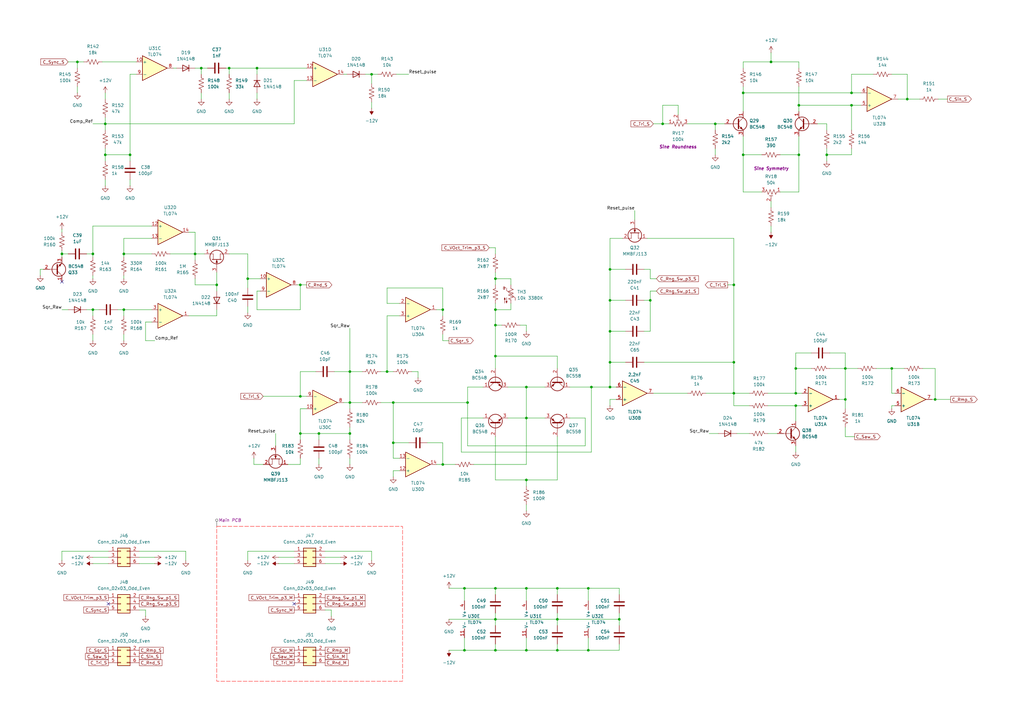
<source format=kicad_sch>
(kicad_sch (version 20250114) (generator "eeschema") (generator_version "9.0")
  (paper "A3")
  (title_block (company "DMH Instruments") (comment 1 "PCB for 10cm Kosmo format synthesizer module"))
  (junction (at 339.09 63.5))
  (junction (at 215.9 196.85))
  (junction (at 181.61 190.5))
  (junction (at 50.8 127))
  (junction (at 50.8 104.14))
  (junction (at 203.2 254))
  (junction (at 365.76 151.13))
  (junction (at 242.57 158.75))
  (junction (at 191.77 165.1))
  (junction (at 152.4 30.48))
  (junction (at 82.55 27.94))
  (junction (at 203.2 266.7))
  (junction (at 31.75 25.4))
  (junction (at 346.71 151.13))
  (junction (at 250.19 123.19))
  (junction (at 80.01 104.14))
  (junction (at 250.19 135.89))
  (junction (at 93.98 27.94))
  (junction (at 349.25 38.1))
  (junction (at 316.23 25.4))
  (junction (at 203.2 146.05))
  (junction (at 161.29 181.61))
  (junction (at 327.66 63.5))
  (junction (at 105.41 27.94))
  (junction (at 38.1 104.14))
  (junction (at 158.75 152.4))
  (junction (at 143.51 165.1))
  (junction (at 300.99 148.59))
  (junction (at 266.7 123.19))
  (junction (at 250.19 158.75))
  (junction (at 326.39 151.13))
  (junction (at 53.34 63.5))
  (junction (at 346.71 163.83))
  (junction (at 101.6 114.3))
  (junction (at 228.6 266.7))
  (junction (at 123.19 162.56))
  (junction (at 383.54 163.83))
  (junction (at 161.29 165.1))
  (junction (at 123.19 116.84))
  (junction (at 250.19 148.59))
  (junction (at 372.11 40.64))
  (junction (at 215.9 241.3))
  (junction (at 25.4 104.14))
  (junction (at 250.19 110.49))
  (junction (at 130.81 177.8))
  (junction (at 43.18 50.8))
  (junction (at 143.51 152.4))
  (junction (at 327.66 43.18))
  (junction (at 228.6 254))
  (junction (at 88.9 116.84))
  (junction (at 123.19 177.8))
  (junction (at 143.51 177.8))
  (junction (at 326.39 166.37))
  (junction (at 228.6 241.3))
  (junction (at 190.5 241.3))
  (junction (at 300.99 161.29))
  (junction (at 271.78 50.8))
  (junction (at 241.3 266.7))
  (junction (at 304.8 38.1))
  (junction (at 326.39 161.29))
  (junction (at 300.99 116.84))
  (junction (at 181.61 127))
  (junction (at 203.2 133.35))
  (junction (at 215.9 158.75))
  (junction (at 349.25 43.18))
  (junction (at 241.3 241.3))
  (junction (at 254 254))
  (junction (at 293.37 50.8))
  (junction (at 203.2 241.3))
  (junction (at 304.8 63.5))
  (junction (at 203.2 127))
  (junction (at 215.9 266.7))
  (junction (at 38.1 127))
  (junction (at 190.5 266.7))
  (junction (at 43.18 63.5))
  (junction (at 203.2 114.3))
  (junction (at 215.9 171.45))
  (no_connect (at 25.4 115.57))
  (no_connect (at 44.45 247.65))
  (no_connect (at 120.65 247.65))
  (wire (pts (xy 320.04 78.74) (xy 327.66 78.74)))
  (wire (pts (xy 130.81 177.8) (xy 130.81 180.34)))
  (wire (pts (xy 349.25 63.5) (xy 339.09 63.5)))
  (wire (pts (xy 181.61 118.11) (xy 181.61 127)))
  (wire (pts (xy 53.34 30.48) (xy 55.88 30.48)))
  (wire (pts (xy 200.66 101.6) (xy 203.2 101.6)))
  (wire (pts (xy 59.69 132.08) (xy 62.23 132.08)))
  (wire (pts (xy 228.6 254) (xy 228.6 256.54)))
  (wire (pts (xy 233.68 158.75) (xy 242.57 158.75)))
  (wire (pts (xy 77.47 95.25) (xy 80.01 95.25)))
  (wire (pts (xy 215.9 241.3) (xy 228.6 241.3)))
  (wire (pts (xy 346.71 144.78) (xy 346.71 151.13)))
  (wire (pts (xy 190.5 261.62) (xy 190.5 266.7)))
  (wire (pts (xy 43.18 38.1) (xy 43.18 40.64)))
  (wire (pts (xy 335.28 50.8) (xy 339.09 50.8)))
  (wire (pts (xy 123.19 127) (xy 123.19 116.84)))
  (wire (pts (xy 38.1 113.03) (xy 38.1 114.3)))
  (wire (pts (xy 250.19 123.19) (xy 250.19 135.89)))
  (wire (pts (xy 316.23 25.4) (xy 316.23 21.59)))
  (wire (pts (xy 163.83 193.04) (xy 161.29 193.04)))
  (wire (pts (xy 290.83 177.8) (xy 294.64 177.8)))
  (wire (pts (xy 130.81 177.8) (xy 143.51 177.8)))
  (wire (pts (xy 163.83 187.96) (xy 161.29 187.96)))
  (wire (pts (xy 365.76 151.13) (xy 365.76 161.29)))
  (wire (pts (xy 184.15 139.7) (xy 181.61 139.7)))
  (wire (pts (xy 161.29 181.61) (xy 167.64 181.61)))
  (wire (pts (xy 88.9 129.54) (xy 88.9 127)))
  (wire (pts (xy 123.19 167.64) (xy 125.73 167.64)))
  (wire (pts (xy 372.11 30.48) (xy 372.11 40.64)))
  (wire (pts (xy 123.19 177.8) (xy 130.81 177.8)))
  (wire (pts (xy 339.09 63.5) (xy 339.09 66.04)))
  (wire (pts (xy 359.41 151.13) (xy 365.76 151.13)))
  (wire (pts (xy 31.75 25.4) (xy 34.29 25.4)))
  (wire (pts (xy 105.41 30.48) (xy 105.41 27.94)))
  (wire (pts (xy 181.61 129.54) (xy 181.61 127)))
  (wire (pts (xy 152.4 226.06) (xy 152.4 229.87)))
  (wire (pts (xy 304.8 38.1) (xy 349.25 38.1)))
  (wire (pts (xy 304.8 63.5) (xy 312.42 63.5)))
  (wire (pts (xy 213.36 133.35) (xy 215.9 133.35)))
  (wire (pts (xy 205.74 133.35) (xy 203.2 133.35)))
  (wire (pts (xy 293.37 50.8) (xy 297.18 50.8)))
  (wire (pts (xy 191.77 165.1) (xy 191.77 182.88)))
  (wire (pts (xy 152.4 30.48) (xy 152.4 34.29)))
  (wire (pts (xy 314.96 161.29) (xy 326.39 161.29)))
  (wire (pts (xy 43.18 60.96) (xy 43.18 63.5)))
  (wire (pts (xy 143.51 152.4) (xy 143.51 165.1)))
  (wire (pts (xy 228.6 196.85) (xy 228.6 179.07)))
  (wire (pts (xy 281.94 50.8) (xy 293.37 50.8)))
  (wire (pts (xy 264.16 110.49) (xy 266.7 110.49)))
  (wire (pts (xy 184.15 254) (xy 203.2 254)))
  (wire (pts (xy 135.89 252.73) (xy 135.89 250.19)))
  (wire (pts (xy 250.19 135.89) (xy 256.54 135.89)))
  (wire (pts (xy 266.7 135.89) (xy 266.7 123.19)))
  (wire (pts (xy 143.51 175.26) (xy 143.51 177.8)))
  (wire (pts (xy 190.5 241.3) (xy 203.2 241.3)))
  (wire (pts (xy 114.3 228.6) (xy 120.65 228.6)))
  (wire (pts (xy 215.9 196.85) (xy 228.6 196.85)))
  (wire (pts (xy 43.18 48.26) (xy 43.18 50.8)))
  (wire (pts (xy 88.9 116.84) (xy 88.9 119.38)))
  (wire (pts (xy 367.03 166.37) (xy 365.76 166.37)))
  (wire (pts (xy 256.54 110.49) (xy 250.19 110.49)))
  (wire (pts (xy 365.76 166.37) (xy 365.76 167.64)))
  (wire (pts (xy 209.55 116.84) (xy 209.55 114.3)))
  (wire (pts (xy 241.3 246.38) (xy 241.3 241.3)))
  (wire (pts (xy 265.43 97.79) (xy 300.99 97.79)))
  (wire (pts (xy 38.1 137.16) (xy 38.1 139.7)))
  (wire (pts (xy 250.19 148.59) (xy 250.19 158.75)))
  (wire (pts (xy 143.51 177.8) (xy 143.51 180.34)))
  (wire (pts (xy 215.9 196.85) (xy 215.9 199.39)))
  (wire (pts (xy 121.92 116.84) (xy 123.19 116.84)))
  (wire (pts (xy 101.6 114.3) (xy 106.68 114.3)))
  (wire (pts (xy 215.9 190.5) (xy 215.9 171.45)))
  (wire (pts (xy 372.11 40.64) (xy 368.3 40.64)))
  (wire (pts (xy 266.7 114.3) (xy 266.7 110.49)))
  (wire (pts (xy 264.16 135.89) (xy 266.7 135.89)))
  (wire (pts (xy 50.8 104.14) (xy 62.23 104.14)))
  (wire (pts (xy 240.03 171.45) (xy 233.68 171.45)))
  (wire (pts (xy 38.1 92.71) (xy 62.23 92.71)))
  (wire (pts (xy 35.56 104.14) (xy 38.1 104.14)))
  (wire (pts (xy 25.4 104.14) (xy 27.94 104.14)))
  (wire (pts (xy 50.8 127) (xy 50.8 129.54)))
  (wire (pts (xy 62.23 97.79) (xy 50.8 97.79)))
  (wire (pts (xy 256.54 148.59) (xy 250.19 148.59)))
  (wire (pts (xy 43.18 63.5) (xy 53.34 63.5)))
  (wire (pts (xy 203.2 264.16) (xy 203.2 266.7)))
  (wire (pts (xy 241.3 241.3) (xy 254 241.3)))
  (wire (pts (xy 203.2 114.3) (xy 209.55 114.3)))
  (wire (pts (xy 80.01 104.14) (xy 80.01 106.68)))
  (wire (pts (xy 158.75 129.54) (xy 158.75 152.4)))
  (wire (pts (xy 198.12 171.45) (xy 189.23 171.45)))
  (wire (pts (xy 339.09 50.8) (xy 339.09 53.34)))
  (wire (pts (xy 241.3 266.7) (xy 254 266.7)))
  (wire (pts (xy 123.19 177.8) (xy 123.19 180.34)))
  (wire (pts (xy 80.01 116.84) (xy 80.01 114.3)))
  (wire (pts (xy 158.75 124.46) (xy 158.75 118.11)))
  (wire (pts (xy 383.54 163.83) (xy 382.27 163.83)))
  (wire (pts (xy 113.03 177.8) (xy 113.03 182.88)))
  (wire (pts (xy 327.66 43.18) (xy 327.66 45.72)))
  (wire (pts (xy 143.51 134.62) (xy 143.51 152.4)))
  (wire (pts (xy 256.54 123.19) (xy 250.19 123.19)))
  (wire (pts (xy 228.6 251.46) (xy 228.6 254)))
  (wire (pts (xy 107.95 162.56) (xy 123.19 162.56)))
  (wire (pts (xy 203.2 146.05) (xy 203.2 151.13)))
  (wire (pts (xy 101.6 114.3) (xy 101.6 118.11)))
  (wire (pts (xy 242.57 185.42) (xy 242.57 158.75)))
  (wire (pts (xy 123.19 190.5) (xy 123.19 187.96)))
  (wire (pts (xy 326.39 166.37) (xy 326.39 172.72)))
  (wire (pts (xy 80.01 95.25) (xy 80.01 104.14)))
  (wire (pts (xy 241.3 261.62) (xy 241.3 266.7)))
  (wire (pts (xy 228.6 241.3) (xy 228.6 243.84)))
  (wire (pts (xy 129.54 152.4) (xy 123.19 152.4)))
  (wire (pts (xy 59.69 250.19) (xy 57.15 250.19)))
  (wire (pts (xy 50.8 137.16) (xy 50.8 139.7)))
  (wire (pts (xy 304.8 35.56) (xy 304.8 38.1)))
  (wire (pts (xy 250.19 110.49) (xy 250.19 123.19)))
  (wire (pts (xy 135.89 250.19) (xy 133.35 250.19)))
  (wire (pts (xy 38.1 104.14) (xy 38.1 105.41)))
  (wire (pts (xy 161.29 165.1) (xy 191.77 165.1)))
  (wire (pts (xy 304.8 27.94) (xy 304.8 25.4)))
  (wire (pts (xy 152.4 41.91) (xy 152.4 44.45)))
  (wire (pts (xy 203.2 114.3) (xy 203.2 116.84)))
  (wire (pts (xy 203.2 254) (xy 228.6 254)))
  (wire (pts (xy 101.6 104.14) (xy 101.6 114.3)))
  (wire (pts (xy 326.39 182.88) (xy 326.39 185.42)))
  (wire (pts (xy 123.19 167.64) (xy 123.19 177.8)))
  (wire (pts (xy 31.75 35.56) (xy 31.75 38.1)))
  (wire (pts (xy 125.73 33.02) (xy 120.65 33.02)))
  (wire (pts (xy 304.8 25.4) (xy 316.23 25.4)))
  (wire (pts (xy 181.61 190.5) (xy 181.61 181.61)))
  (wire (pts (xy 203.2 251.46) (xy 203.2 254)))
  (wire (pts (xy 300.99 148.59) (xy 300.99 161.29)))
  (wire (pts (xy 240.03 182.88) (xy 240.03 171.45)))
  (wire (pts (xy 43.18 50.8) (xy 120.65 50.8)))
  (wire (pts (xy 101.6 104.14) (xy 93.98 104.14)))
  (wire (pts (xy 59.69 139.7) (xy 63.5 139.7)))
  (wire (pts (xy 53.34 73.66) (xy 53.34 76.2)))
  (wire (pts (xy 191.77 182.88) (xy 240.03 182.88)))
  (wire (pts (xy 271.78 43.18) (xy 271.78 50.8)))
  (wire (pts (xy 162.56 30.48) (xy 167.64 30.48)))
  (wire (pts (xy 278.13 43.18) (xy 271.78 43.18)))
  (wire (pts (xy 266.7 114.3) (xy 269.24 114.3)))
  (wire (pts (xy 260.35 86.36) (xy 260.35 90.17)))
  (wire (pts (xy 179.07 190.5) (xy 181.61 190.5)))
  (wire (pts (xy 82.55 38.1) (xy 82.55 40.64)))
  (wire (pts (xy 215.9 246.38) (xy 215.9 241.3)))
  (wire (pts (xy 316.23 82.55) (xy 316.23 85.09)))
  (wire (pts (xy 304.8 55.88) (xy 304.8 63.5)))
  (wire (pts (xy 215.9 158.75) (xy 223.52 158.75)))
  (wire (pts (xy 76.2 226.06) (xy 57.15 226.06)))
  (wire (pts (xy 215.9 241.3) (xy 203.2 241.3)))
  (wire (pts (xy 340.36 151.13) (xy 346.71 151.13)))
  (wire (pts (xy 189.23 171.45) (xy 189.23 185.42)))
  (wire (pts (xy 203.2 133.35) (xy 203.2 146.05)))
  (wire (pts (xy 93.98 27.94) (xy 93.98 30.48)))
  (wire (pts (xy 203.2 127) (xy 209.55 127)))
  (wire (pts (xy 43.18 73.66) (xy 43.18 76.2)))
  (wire (pts (xy 215.9 266.7) (xy 203.2 266.7)))
  (wire (pts (xy 101.6 125.73) (xy 101.6 128.27)))
  (wire (pts (xy 76.2 229.87) (xy 76.2 226.06)))
  (wire (pts (xy 143.51 187.96) (xy 143.51 190.5)))
  (wire (pts (xy 50.8 97.79) (xy 50.8 104.14)))
  (wire (pts (xy 93.98 27.94) (xy 105.41 27.94)))
  (wire (pts (xy 59.69 252.73) (xy 59.69 250.19)))
  (wire (pts (xy 105.41 127) (xy 123.19 127)))
  (wire (pts (xy 123.19 152.4) (xy 123.19 162.56)))
  (wire (pts (xy 140.97 30.48) (xy 142.24 30.48)))
  (wire (pts (xy 50.8 113.03) (xy 50.8 114.3)))
  (wire (pts (xy 190.5 266.7) (xy 203.2 266.7)))
  (wire (pts (xy 254 251.46) (xy 254 254)))
  (wire (pts (xy 156.21 165.1) (xy 161.29 165.1)))
  (wire (pts (xy 346.71 163.83) (xy 344.17 163.83)))
  (wire (pts (xy 358.14 30.48) (xy 349.25 30.48)))
  (wire (pts (xy 184.15 241.3) (xy 190.5 241.3)))
  (wire (pts (xy 228.6 146.05) (xy 228.6 151.13)))
  (wire (pts (xy 326.39 144.78) (xy 326.39 151.13)))
  (wire (pts (xy 118.11 190.5) (xy 123.19 190.5)))
  (wire (pts (xy 92.71 27.94) (xy 93.98 27.94)))
  (wire (pts (xy 326.39 166.37) (xy 328.93 166.37)))
  (wire (pts (xy 255.27 97.79) (xy 250.19 97.79)))
  (wire (pts (xy 158.75 118.11) (xy 181.61 118.11)))
  (wire (pts (xy 250.19 135.89) (xy 250.19 148.59)))
  (wire (pts (xy 41.91 25.4) (xy 55.88 25.4)))
  (wire (pts (xy 372.11 40.64) (xy 377.19 40.64)))
  (wire (pts (xy 143.51 152.4) (xy 137.16 152.4)))
  (wire (pts (xy 105.41 38.1) (xy 105.41 40.64)))
  (wire (pts (xy 27.94 25.4) (xy 31.75 25.4)))
  (wire (pts (xy 370.84 151.13) (xy 365.76 151.13)))
  (wire (pts (xy 314.96 177.8) (xy 318.77 177.8)))
  (wire (pts (xy 346.71 179.07) (xy 346.71 175.26)))
  (wire (pts (xy 161.29 165.1) (xy 161.29 181.61)))
  (wire (pts (xy 203.2 196.85) (xy 215.9 196.85)))
  (wire (pts (xy 365.76 30.48) (xy 372.11 30.48)))
  (wire (pts (xy 228.6 264.16) (xy 228.6 266.7)))
  (wire (pts (xy 105.41 119.38) (xy 105.41 127)))
  (wire (pts (xy 161.29 193.04) (xy 161.29 195.58)))
  (wire (pts (xy 327.66 43.18) (xy 349.25 43.18)))
  (wire (pts (xy 191.77 158.75) (xy 191.77 165.1)))
  (wire (pts (xy 293.37 60.96) (xy 293.37 63.5)))
  (wire (pts (xy 250.19 97.79) (xy 250.19 110.49)))
  (wire (pts (xy 349.25 38.1) (xy 353.06 38.1)))
  (wire (pts (xy 82.55 27.94) (xy 82.55 30.48)))
  (wire (pts (xy 203.2 179.07) (xy 203.2 196.85)))
  (wire (pts (xy 316.23 92.71) (xy 316.23 95.25)))
  (wire (pts (xy 215.9 261.62) (xy 215.9 266.7)))
  (wire (pts (xy 340.36 144.78) (xy 346.71 144.78)))
  (wire (pts (xy 133.35 228.6) (xy 139.7 228.6)))
  (wire (pts (xy 149.86 30.48) (xy 152.4 30.48)))
  (wire (pts (xy 101.6 229.87) (xy 101.6 226.06)))
  (wire (pts (xy 158.75 129.54) (xy 163.83 129.54)))
  (wire (pts (xy 349.25 43.18) (xy 349.25 53.34)))
  (wire (pts (xy 203.2 146.05) (xy 228.6 146.05)))
  (wire (pts (xy 38.1 231.14) (xy 44.45 231.14)))
  (wire (pts (xy 266.7 119.38) (xy 266.7 123.19)))
  (wire (pts (xy 143.51 165.1) (xy 148.59 165.1)))
  (wire (pts (xy 179.07 127) (xy 181.61 127)))
  (wire (pts (xy 57.15 231.14) (xy 63.5 231.14)))
  (wire (pts (xy 215.9 207.01) (xy 215.9 209.55)))
  (wire (pts (xy 25.4 102.87) (xy 25.4 104.14)))
  (wire (pts (xy 82.55 27.94) (xy 85.09 27.94)))
  (wire (pts (xy 349.25 30.48) (xy 349.25 38.1)))
  (wire (pts (xy 184.15 266.7) (xy 190.5 266.7)))
  (wire (pts (xy 25.4 226.06) (xy 44.45 226.06)))
  (wire (pts (xy 25.4 93.98) (xy 25.4 95.25)))
  (wire (pts (xy 88.9 111.76) (xy 88.9 116.84)))
  (wire (pts (xy 43.18 50.8) (xy 43.18 53.34)))
  (wire (pts (xy 181.61 181.61) (xy 175.26 181.61)))
  (wire (pts (xy 383.54 151.13) (xy 383.54 163.83)))
  (wire (pts (xy 250.19 158.75) (xy 252.73 158.75)))
  (wire (pts (xy 38.1 127) (xy 40.64 127)))
  (wire (pts (xy 278.13 46.99) (xy 278.13 43.18)))
  (wire (pts (xy 156.21 152.4) (xy 158.75 152.4)))
  (wire (pts (xy 106.68 119.38) (xy 105.41 119.38)))
  (wire (pts (xy 161.29 187.96) (xy 161.29 181.61)))
  (wire (pts (xy 123.19 116.84) (xy 125.73 116.84)))
  (wire (pts (xy 327.66 35.56) (xy 327.66 43.18)))
  (wire (pts (xy 77.47 129.54) (xy 88.9 129.54)))
  (wire (pts (xy 339.09 60.96) (xy 339.09 63.5)))
  (wire (pts (xy 346.71 151.13) (xy 351.79 151.13)))
  (wire (pts (xy 254 264.16) (xy 254 266.7)))
  (wire (pts (xy 252.73 163.83) (xy 250.19 163.83)))
  (wire (pts (xy 293.37 50.8) (xy 293.37 53.34)))
  (wire (pts (xy 208.28 171.45) (xy 215.9 171.45)))
  (wire (pts (xy 267.97 50.8) (xy 271.78 50.8)))
  (wire (pts (xy 80.01 27.94) (xy 82.55 27.94)))
  (wire (pts (xy 203.2 127) (xy 203.2 133.35)))
  (wire (pts (xy 326.39 151.13) (xy 326.39 161.29)))
  (wire (pts (xy 16.51 110.49) (xy 16.51 113.03)))
  (wire (pts (xy 203.2 241.3) (xy 203.2 243.84)))
  (wire (pts (xy 53.34 63.5) (xy 53.34 66.04)))
  (wire (pts (xy 38.1 228.6) (xy 44.45 228.6)))
  (wire (pts (xy 215.9 133.35) (xy 215.9 135.89)))
  (wire (pts (xy 50.8 104.14) (xy 50.8 105.41)))
  (wire (pts (xy 264.16 123.19) (xy 266.7 123.19)))
  (wire (pts (xy 50.8 127) (xy 62.23 127)))
  (wire (pts (xy 25.4 104.14) (xy 25.4 105.41)))
  (wire (pts (xy 38.1 92.71) (xy 38.1 104.14)))
  (wire (pts (xy 346.71 167.64) (xy 346.71 163.83)))
  (wire (pts (xy 203.2 101.6) (xy 203.2 104.14)))
  (wire (pts (xy 203.2 124.46) (xy 203.2 127)))
  (wire (pts (xy 327.66 63.5) (xy 327.66 78.74)))
  (wire (pts (xy 181.61 190.5) (xy 186.69 190.5)))
  (wire (pts (xy 289.56 161.29) (xy 300.99 161.29)))
  (wire (pts (xy 57.15 228.6) (xy 63.5 228.6)))
  (wire (pts (xy 215.9 266.7) (xy 228.6 266.7)))
  (wire (pts (xy 143.51 165.1) (xy 143.51 167.64)))
  (wire (pts (xy 69.85 104.14) (xy 80.01 104.14)))
  (wire (pts (xy 120.65 33.02) (xy 120.65 50.8)))
  (wire (pts (xy 16.51 110.49) (xy 17.78 110.49)))
  (wire (pts (xy 104.14 190.5) (xy 104.14 187.96)))
  (wire (pts (xy 48.26 127) (xy 50.8 127)))
  (wire (pts (xy 25.4 229.87) (xy 25.4 226.06)))
  (wire (pts (xy 302.26 177.8) (xy 307.34 177.8)))
  (wire (pts (xy 163.83 124.46) (xy 158.75 124.46)))
  (wire (pts (xy 332.74 151.13) (xy 326.39 151.13)))
  (wire (pts (xy 133.35 231.14) (xy 139.7 231.14)))
  (wire (pts (xy 43.18 63.5) (xy 43.18 66.04)))
  (wire (pts (xy 264.16 148.59) (xy 300.99 148.59)))
  (wire (pts (xy 327.66 63.5) (xy 327.66 55.88)))
  (wire (pts (xy 190.5 241.3) (xy 190.5 246.38)))
  (wire (pts (xy 198.12 158.75) (xy 191.77 158.75)))
  (wire (pts (xy 59.69 132.08) (xy 59.69 139.7)))
  (wire (pts (xy 312.42 78.74) (xy 304.8 78.74)))
  (wire (pts (xy 25.4 127) (xy 27.94 127)))
  (wire (pts (xy 148.59 152.4) (xy 143.51 152.4)))
  (wire (pts (xy 266.7 119.38) (xy 269.24 119.38)))
  (wire (pts (xy 71.12 27.94) (xy 72.39 27.94)))
  (wire (pts (xy 189.23 185.42) (xy 242.57 185.42)))
  (wire (pts (xy 228.6 266.7) (xy 241.3 266.7)))
  (wire (pts (xy 300.99 97.79) (xy 300.99 116.84)))
  (wire (pts (xy 228.6 241.3) (xy 241.3 241.3)))
  (wire (pts (xy 38.1 50.8) (xy 43.18 50.8)))
  (wire (pts (xy 209.55 124.46) (xy 209.55 127)))
  (wire (pts (xy 168.91 152.4) (xy 171.45 152.4)))
  (wire (pts (xy 38.1 127) (xy 38.1 129.54)))
  (wire (pts (xy 203.2 111.76) (xy 203.2 114.3)))
  (wire (pts (xy 228.6 254) (xy 254 254)))
  (wire (pts (xy 80.01 116.84) (xy 88.9 116.84)))
  (wire (pts (xy 215.9 171.45) (xy 223.52 171.45)))
  (wire (pts (xy 304.8 38.1) (xy 304.8 45.72)))
  (wire (pts (xy 107.95 190.5) (xy 104.14 190.5)))
  (wire (pts (xy 254 241.3) (xy 254 243.84)))
  (wire (pts (xy 93.98 38.1) (xy 93.98 40.64)))
  (wire (pts (xy 31.75 25.4) (xy 31.75 27.94)))
  (wire (pts (xy 271.78 50.8) (xy 274.32 50.8)))
  (wire (pts (xy 383.54 163.83) (xy 389.89 163.83)))
  (wire (pts (xy 194.31 190.5) (xy 215.9 190.5)))
  (wire (pts (xy 327.66 27.94) (xy 327.66 25.4)))
  (wire (pts (xy 365.76 161.29) (xy 367.03 161.29)))
  (wire (pts (xy 349.25 60.96) (xy 349.25 63.5)))
  (wire (pts (xy 300.99 166.37) (xy 300.99 161.29)))
  (wire (pts (xy 298.45 116.84) (xy 300.99 116.84)))
  (wire (pts (xy 114.3 231.14) (xy 120.65 231.14)))
  (wire (pts (xy 378.46 151.13) (xy 383.54 151.13)))
  (wire (pts (xy 203.2 254) (xy 203.2 256.54)))
  (wire (pts (xy 133.35 226.06) (xy 152.4 226.06)))
  (wire (pts (xy 300.99 161.29) (xy 307.34 161.29)))
  (wire (pts (xy 300.99 116.84) (xy 300.99 148.59)))
  (wire (pts (xy 35.56 127) (xy 38.1 127)))
  (wire (pts (xy 250.19 163.83) (xy 250.19 166.37)))
  (wire (pts (xy 158.75 152.4) (xy 161.29 152.4)))
  (wire (pts (xy 140.97 165.1) (xy 143.51 165.1)))
  (wire (pts (xy 327.66 25.4) (xy 316.23 25.4)))
  (wire (pts (xy 349.25 43.18) (xy 353.06 43.18)))
  (wire (pts (xy 215.9 158.75) (xy 215.9 171.45)))
  (wire (pts (xy 346.71 179.07) (xy 350.52 179.07)))
  (wire (pts (xy 307.34 166.37) (xy 300.99 166.37)))
  (wire (pts (xy 80.01 104.14) (xy 83.82 104.14)))
  (wire (pts (xy 346.71 151.13) (xy 346.71 163.83)))
  (wire (pts (xy 181.61 139.7) (xy 181.61 137.16)))
  (wire (pts (xy 130.81 187.96) (xy 130.81 190.5)))
  (wire (pts (xy 105.41 27.94) (xy 125.73 27.94)))
  (wire (pts (xy 101.6 226.06) (xy 120.65 226.06)))
  (wire (pts (xy 320.04 63.5) (xy 327.66 63.5)))
  (wire (pts (xy 208.28 158.75) (xy 215.9 158.75)))
  (wire (pts (xy 314.96 166.37) (xy 326.39 166.37)))
  (wire (pts (xy 304.8 78.74) (xy 304.8 63.5)))
  (wire (pts (xy 123.19 162.56) (xy 125.73 162.56)))
  (wire (pts (xy 53.34 30.48) (xy 53.34 63.5)))
  (wire (pts (xy 326.39 161.29) (xy 328.93 161.29)))
  (wire (pts (xy 254 254) (xy 254 256.54)))
  (wire (pts (xy 152.4 30.48) (xy 154.94 30.48)))
  (wire (pts (xy 384.81 40.64) (xy 388.62 40.64)))
  (wire (pts (xy 267.97 161.29) (xy 281.94 161.29)))
  (wire (pts (xy 242.57 158.75) (xy 250.19 158.75)))
  (wire (pts (xy 332.74 144.78) (xy 326.39 144.78)))
  (wire (pts (xy 171.45 152.4) (xy 171.45 154.94)))
  (label "Reset_pulse" (at 260.35 86.36 180))
  (label "Sqr_Raw" (at 143.51 134.62 180))
  (label "Sqr_Raw" (at 25.4 127 180))
  (label "Reset_pulse" (at 113.03 177.8 180))
  (label "Reset_pulse" (at 167.64 30.48 0))
  (label "Comp_Ref" (at 38.1 50.8 180))
  (label "Sqr_Raw" (at 290.83 177.8 180))
  (label "Comp_Ref" (at 63.5 139.7 0))
  (global_label "C_Rmp_M" (shape passive) (at 133.35 266.7 0) (property "Intersheetrefs" "${INTERSHEET_REFS}" (effects (hide yes))))
  (global_label "C_Sqr_M" (shape passive) (at 120.65 266.7 180) (property "Intersheetrefs" "${INTERSHEET_REFS}" (effects (hide yes))))
  (global_label "C_Tri_S" (shape input) (at 267.97 50.8 180) (property "Intersheetrefs" "${INTERSHEET_REFS}" (effects (hide yes))))
  (global_label "C_Rng_Sw_p1_M" (shape passive) (at 133.35 245.11 0) (property "Intersheetrefs" "${INTERSHEET_REFS}" (effects (hide yes))))
  (global_label "C_Sqr_S" (shape passive) (at 44.45 266.7 180) (property "Intersheetrefs" "${INTERSHEET_REFS}" (effects (hide yes))))
  (global_label "C_Rng_Sw_p3_S" (shape input) (at 269.24 114.3 0) (property "Intersheetrefs" "${INTERSHEET_REFS}" (effects (hide yes))))
  (global_label "C_Tri_S" (shape input) (at 107.95 162.56 180) (property "Intersheetrefs" "${INTERSHEET_REFS}" (effects (hide yes))))
  (global_label "C_Rnd_S" (shape passive) (at 57.15 271.78 0) (property "Intersheetrefs" "${INTERSHEET_REFS}" (effects (hide yes))))
  (global_label "C_Rnd_M" (shape passive) (at 133.35 271.78 0) (property "Intersheetrefs" "${INTERSHEET_REFS}" (effects (hide yes))))
  (global_label "C_Saw_S" (shape output) (at 350.52 179.07 0) (property "Intersheetrefs" "${INTERSHEET_REFS}" (effects (hide yes))))
  (global_label "C_Rnd_S" (shape output) (at 125.73 116.84 0) (property "Intersheetrefs" "${INTERSHEET_REFS}" (effects (hide yes))))
  (global_label "C_Tri_S" (shape passive) (at 44.45 271.78 180) (property "Intersheetrefs" "${INTERSHEET_REFS}" (effects (hide yes))))
  (global_label "C_Rng_Sw_p1_S" (shape passive) (at 57.15 245.11 0) (property "Intersheetrefs" "${INTERSHEET_REFS}" (effects (hide yes))))
  (global_label "C_Sin_M" (shape passive) (at 133.35 269.24 0) (property "Intersheetrefs" "${INTERSHEET_REFS}" (effects (hide yes))))
  (global_label "C_VOct_Trim_p3_M" (shape passive) (at 120.65 245.11 180) (property "Intersheetrefs" "${INTERSHEET_REFS}" (effects (hide yes))))
  (global_label "C_Sin_S" (shape output) (at 388.62 40.64 0) (property "Intersheetrefs" "${INTERSHEET_REFS}" (effects (hide yes))))
  (global_label "C_Sync_S" (shape input) (at 27.94 25.4 180) (property "Intersheetrefs" "${INTERSHEET_REFS}" (effects (hide yes))))
  (global_label "C_Rng_Sw_p3_S" (shape passive) (at 57.15 247.65 0) (property "Intersheetrefs" "${INTERSHEET_REFS}" (effects (hide yes))))
  (global_label "C_Sin_S" (shape passive) (at 57.15 269.24 0) (property "Intersheetrefs" "${INTERSHEET_REFS}" (effects (hide yes))))
  (global_label "C_Tri_S" (shape output) (at 298.45 116.84 180) (property "Intersheetrefs" "${INTERSHEET_REFS}" (effects (hide yes))))
  (global_label "C_VOct_Trim_p3_S" (shape passive) (at 44.45 245.11 180) (property "Intersheetrefs" "${INTERSHEET_REFS}" (effects (hide yes))))
  (global_label "C_VOct_Trim_p3_S" (shape input) (at 200.66 101.6 180) (property "Intersheetrefs" "${INTERSHEET_REFS}" (effects (hide yes))))
  (global_label "C_Sync_S" (shape passive) (at 44.45 250.19 180) (property "Intersheetrefs" "${INTERSHEET_REFS}" (effects (hide yes))))
  (global_label "C_Saw_S" (shape passive) (at 44.45 269.24 180) (property "Intersheetrefs" "${INTERSHEET_REFS}" (effects (hide yes))))
  (global_label "C_Saw_M" (shape passive) (at 120.65 269.24 180) (property "Intersheetrefs" "${INTERSHEET_REFS}" (effects (hide yes))))
  (global_label "C_Tri_M" (shape passive) (at 120.65 271.78 180) (property "Intersheetrefs" "${INTERSHEET_REFS}" (effects (hide yes))))
  (global_label "C_Rmp_S" (shape output) (at 389.89 163.83 0) (property "Intersheetrefs" "${INTERSHEET_REFS}" (effects (hide yes))))
  (global_label "C_Sqr_S" (shape output) (at 184.15 139.7 0) (property "Intersheetrefs" "${INTERSHEET_REFS}" (effects (hide yes))))
  (global_label "C_Rmp_S" (shape passive) (at 57.15 266.7 0) (property "Intersheetrefs" "${INTERSHEET_REFS}" (effects (hide yes))))
  (global_label "C_Sync_M" (shape passive) (at 120.65 250.19 180) (property "Intersheetrefs" "${INTERSHEET_REFS}" (effects (hide yes))))
  (global_label "C_Rng_Sw_p3_M" (shape passive) (at 133.35 247.65 0) (property "Intersheetrefs" "${INTERSHEET_REFS}" (effects (hide yes))))
  (global_label "C_Rng_Sw_p1_S" (shape input) (at 269.24 119.38 0) (property "Intersheetrefs" "${INTERSHEET_REFS}" (effects (hide yes))))
  (rule_area (polyline (pts (xy 88.9 215.9) (xy 165.1 215.9) (xy 165.1 279.4) (xy 88.9 279.4)) (stroke (width 0) (type dash))))
  (netclass_flag "" (length 2.54) (shape round) (at 88.9 215.9 0) (property "Component Class" "Main PCB" (at 89.5985 213.36 0) (effects (font (italic yes)) (justify left))))
  (symbol (lib_id "Connector_Generic:Conn_02x03_Odd_Even") (at 49.53 228.6 0) (unit 1) (on_board no)
    (property "Reference" "J46" (at 50.8 219.71 0))
    (property "Value" "Conn_02x03_Odd_Even" (at 50.8 222.25 0))
    (property "Footprint" "Connector_PinHeader_2.54mm:PinHeader_2x03_P2.54mm_Horizontal" (effects (hide yes)))
    (property "Description" "Generic connector, double row, 02x03, odd/even pin numbering scheme (row 1 odd numbers, row 2 even numbers), script generated (kicad-library-utils/schlib/autogen/connector/)" (effects (hide yes)))
  )
  (symbol (lib_id "Amplifier_Operational:TL074") (at 243.84 254 0) (unit 5) (on_board no)
    (property "Reference" "U32" (at 242.57 252.7299 0) (effects (justify left)))
    (property "Value" "TL074" (at 242.57 255.2699 0) (effects (justify left)))
    (property "Footprint" "Package_DIP:DIP-14_W7.62mm_Socket" (effects (hide yes)))
    (property "Datasheet" "http://www.ti.com/lit/ds/symlink/tl071.pdf" (effects (hide yes)))
    (property "Description" "Quad Low-Noise JFET-Input Operational Amplifiers, DIP-14/SOIC-14" (effects (hide yes)))
  )
  (symbol (lib_id "power:+12V") (at 38.1 228.6 90) (unit 1) (on_board no)
    (property "Reference" "#PWR0180" (effects (hide yes)))
    (property "Value" "+12V" (at 34.29 228.5999 90) (effects (justify left)))
    (property "Description" "Power symbol creates a global label with name \"+12V\"" (effects (hide yes)))
  )
  (symbol (lib_id "Amplifier_Operational:TL074") (at 336.55 163.83 0) (mirror x) (unit 1) (on_board no)
    (property "Reference" "U31" (at 336.55 173.99 0))
    (property "Value" "TL074" (at 336.55 171.45 0))
    (property "Footprint" "Package_DIP:DIP-14_W7.62mm_Socket" (effects (hide yes)))
    (property "Datasheet" "http://www.ti.com/lit/ds/symlink/tl071.pdf" (effects (hide yes)))
    (property "Description" "Quad Low-Noise JFET-Input Operational Amplifiers, DIP-14/SOIC-14" (effects (hide yes)))
  )
  (symbol (lib_id "power:GND") (at 339.09 66.04 0) (unit 1) (on_board no)
    (property "Reference" "#PWR0159" (effects (hide yes)))
    (property "Value" "GND" (at 339.09 71.12 0))
    (property "Description" "Power symbol creates a global label with name \"GND\" , ground" (effects (hide yes)))
  )
  (symbol (lib_id "power:GND") (at 101.6 128.27 0) (unit 1) (on_board no)
    (property "Reference" "#PWR0167" (effects (hide yes)))
    (property "Value" "GND" (at 101.6 133.35 0))
    (property "Description" "Power symbol creates a global label with name \"GND\" , ground" (effects (hide yes)))
  )
  (symbol (lib_id "Device:R_US") (at 82.55 34.29 0) (unit 1) (on_board no)
    (property "Reference" "R148" (at 85.09 33.0199 0) (effects (justify left)))
    (property "Value" "100k" (at 85.09 35.5599 0) (effects (justify left)))
    (property "Footprint" "Resistor_THT:R_Axial_DIN0207_L6.3mm_D2.5mm_P7.62mm_Horizontal" (effects (hide yes)))
    (property "Description" "Resistor, US symbol" (effects (hide yes)))
  )
  (symbol (lib_id "Device:D") (at 88.9 123.19 270) (mirror x) (unit 1) (on_board no)
    (property "Reference" "D22" (at 86.36 121.9199 90) (effects (justify right)))
    (property "Value" "1N4148" (at 86.36 124.4599 90) (effects (justify right)))
    (property "Footprint" "Diode_THT:D_DO-35_SOD27_P7.62mm_Horizontal" (effects (hide yes)))
    (property "Description" "Diode" (effects (hide yes)))
    (property "Sim.Device" "D" (effects (hide yes)))
    (property "Sim.Pins" "1=K 2=A" (effects (hide yes)))
  )
  (symbol (lib_id "power:-12V") (at 38.1 231.14 90) (unit 1) (on_board no)
    (property "Reference" "#PWR0188" (effects (hide yes)))
    (property "Value" "-12V" (at 34.29 231.1399 90) (effects (justify left)))
    (property "Description" "Power symbol creates a global label with name \"-12V\"" (effects (hide yes)))
  )
  (symbol (lib_id "power:GND") (at 50.8 114.3 0) (unit 1) (on_board no)
    (property "Reference" "#PWR0166" (effects (hide yes)))
    (property "Value" "GND" (at 50.8 119.38 0))
    (property "Description" "Power symbol creates a global label with name \"GND\" , ground" (effects (hide yes)))
  )
  (symbol (lib_id "Device:R_US") (at 143.51 171.45 0) (unit 1) (on_board no)
    (property "Reference" "R180" (at 146.05 170.1799 0) (effects (justify left)))
    (property "Value" "82k" (at 146.05 172.7199 0) (effects (justify left)))
    (property "Footprint" "Resistor_THT:R_Axial_DIN0207_L6.3mm_D2.5mm_P7.62mm_Horizontal" (effects (hide yes)))
    (property "Description" "Resistor, US symbol" (effects (hide yes)))
  )
  (symbol (lib_id "power:GND") (at 326.39 185.42 0) (unit 1) (on_board no)
    (property "Reference" "#PWR0174" (effects (hide yes)))
    (property "Value" "GND" (at 326.39 190.5 0))
    (property "Description" "Power symbol creates a global label with name \"GND\" , ground" (effects (hide yes)))
  )
  (symbol (lib_id "Amplifier_Operational:TL074") (at 133.35 165.1 0) (mirror x) (unit 3) (on_board no)
    (property "Reference" "U30" (at 133.35 175.26 0))
    (property "Value" "TL074" (at 133.35 172.72 0))
    (property "Footprint" "Package_DIP:DIP-14_W7.62mm_Socket" (effects (hide yes)))
    (property "Datasheet" "http://www.ti.com/lit/ds/symlink/tl071.pdf" (effects (hide yes)))
    (property "Description" "Quad Low-Noise JFET-Input Operational Amplifiers, DIP-14/SOIC-14" (effects (hide yes)))
  )
  (symbol (lib_id "Device:R_US") (at 66.04 104.14 270) (mirror x) (unit 1) (on_board no)
    (property "Reference" "R161" (at 66.04 110.49 90))
    (property "Value" "100k" (at 66.04 107.95 90))
    (property "Footprint" "Resistor_THT:R_Axial_DIN0207_L6.3mm_D2.5mm_P7.62mm_Horizontal" (effects (hide yes)))
    (property "Description" "Resistor, US symbol" (effects (hide yes)))
  )
  (symbol (lib_id "Device:C") (at 260.35 110.49 90) (mirror x) (unit 1) (on_board no)
    (property "Reference" "C41" (at 260.35 118.11 90))
    (property "Value" "220nF" (at 260.35 115.57 90))
    (property "Footprint" "Capacitor_THT:C_Disc_D4.3mm_W1.9mm_P5.00mm" (effects (hide yes)))
    (property "Description" "Unpolarized capacitor" (effects (hide yes)))
  )
  (symbol (lib_id "power:GND") (at 161.29 195.58 0) (unit 1) (on_board no)
    (property "Reference" "#PWR0178" (effects (hide yes)))
    (property "Value" "GND" (at 161.29 200.66 0))
    (property "Description" "Power symbol creates a global label with name \"GND\" , ground" (effects (hide yes)))
  )
  (symbol (lib_id "Device:C") (at 260.35 135.89 90) (mirror x) (unit 1) (on_board no)
    (property "Reference" "C65" (at 260.35 143.51 90))
    (property "Value" "22nF" (at 260.35 140.97 90))
    (property "Footprint" "Capacitor_THT:C_Disc_D4.3mm_W1.9mm_P5.00mm" (effects (hide yes)))
    (property "Description" "Unpolarized capacitor" (effects (hide yes)))
  )
  (symbol (lib_id "Device:R_US") (at 374.65 151.13 90) (mirror x) (unit 1) (on_board no)
    (property "Reference" "R173" (at 374.904 157.226 90))
    (property "Value" "100k" (at 374.904 154.686 90))
    (property "Footprint" "Resistor_THT:R_Axial_DIN0207_L6.3mm_D2.5mm_P7.62mm_Horizontal" (effects (hide yes)))
    (property "Description" "Resistor, US symbol" (effects (hide yes)))
  )
  (symbol (lib_id "Device:R_US") (at 38.1 25.4 90) (unit 1) (on_board no)
    (property "Reference" "R142" (at 38.1 19.05 90))
    (property "Value" "18k" (at 38.1 21.59 90))
    (property "Footprint" "Resistor_THT:R_Axial_DIN0207_L6.3mm_D2.5mm_P7.62mm_Horizontal" (effects (hide yes)))
    (property "Description" "Resistor, US symbol" (effects (hide yes)))
  )
  (symbol (lib_id "Device:R_US") (at 311.15 177.8 90) (mirror x) (unit 1) (on_board no)
    (property "Reference" "R182" (at 311.15 184.15 90))
    (property "Value" "47k" (at 311.15 181.61 90))
    (property "Footprint" "Resistor_THT:R_Axial_DIN0207_L6.3mm_D2.5mm_P7.62mm_Horizontal" (effects (hide yes)))
    (property "Description" "Resistor, US symbol" (effects (hide yes)))
  )
  (symbol (lib_id "power:GND") (at 16.51 113.03 0) (unit 1) (on_board no)
    (property "Reference" "#PWR0164" (effects (hide yes)))
    (property "Value" "GND" (at 16.51 118.11 0))
    (property "Description" "Power symbol creates a global label with name \"GND\" , ground" (effects (hide yes)))
  )
  (symbol (lib_id "Device:R_US") (at 203.2 120.65 0) (mirror y) (unit 1) (on_board no)
    (property "Reference" "R166" (at 200.66 119.3799 0) (effects (justify left)))
    (property "Value" "2k87" (at 200.66 121.9199 0) (effects (justify left)))
    (property "Footprint" "Resistor_THT:R_Axial_DIN0207_L6.3mm_D2.5mm_P7.62mm_Horizontal" (effects (hide yes)))
    (property "Description" "Resistor, US symbol" (effects (hide yes)))
  )
  (symbol (lib_id "Connector_Generic:Conn_02x03_Odd_Even") (at 125.73 269.24 0) (unit 1)
    (property "Reference" "J51" (at 127 260.35 0))
    (property "Value" "Conn_02x03_Odd_Even" (at 127 262.89 0))
    (property "Footprint" "Connector_PinSocket_2.54mm:PinSocket_2x03_P2.54mm_Vertical" (effects (hide yes)))
    (property "Description" "Generic connector, double row, 02x03, odd/even pin numbering scheme (row 1 odd numbers, row 2 even numbers), script generated (kicad-library-utils/schlib/autogen/connector/)" (effects (hide yes)))
  )
  (symbol (lib_id "power:GND") (at 184.15 254 0) (unit 1) (on_board no)
    (property "Reference" "#PWR0197" (effects (hide yes)))
    (property "Value" "GND" (at 184.15 259.08 0))
    (property "Description" "Power symbol creates a global label with name \"GND\" , ground" (effects (hide yes)))
  )
  (symbol (lib_id "Device:R_US") (at 381 40.64 90) (unit 1) (on_board no)
    (property "Reference" "R151" (at 381 34.29 90))
    (property "Value" "1k" (at 381 36.83 90))
    (property "Footprint" "Resistor_THT:R_Axial_DIN0207_L6.3mm_D2.5mm_P7.62mm_Horizontal" (effects (hide yes)))
    (property "Description" "Resistor, US symbol" (effects (hide yes)))
  )
  (symbol (lib_id "Amplifier_Operational:TL074") (at 69.85 95.25 0) (unit 4) (on_board no)
    (property "Reference" "U32" (at 69.85 85.09 0))
    (property "Value" "TL074" (at 69.85 87.63 0))
    (property "Footprint" "Package_DIP:DIP-14_W7.62mm_Socket" (effects (hide yes)))
    (property "Datasheet" "http://www.ti.com/lit/ds/symlink/tl071.pdf" (effects (hide yes)))
    (property "Description" "Quad Low-Noise JFET-Input Operational Amplifiers, DIP-14/SOIC-14" (effects (hide yes)))
  )
  (symbol (lib_id "Transistor_BJT:BC548") (at 203.2 173.99 90) (unit 1) (on_board no)
    (property "Reference" "Q36" (at 196.85 174.498 90))
    (property "Value" "BC548" (at 196.85 177.038 90))
    (property "Footprint" "Package_TO_SOT_THT:TO-92L_Inline_Wide" (effects (hide yes)))
    (property "Datasheet" "https://www.onsemi.com/pub/Collateral/BC550-D.pdf" (effects (hide yes)))
    (property "Description" "0.1A Ic, 30V Vce, Small Signal NPN Transistor, TO-92" (effects (hide yes)))
    (property "Sim.Device" "NPN" (effects (hide yes)))
    (property "Sim.Pins" "1=C 2=B 3=E" (effects (hide yes)))
  )
  (symbol (lib_id "Device:R_US") (at 355.6 151.13 90) (mirror x) (unit 1) (on_board no)
    (property "Reference" "R172" (at 355.854 157.226 90))
    (property "Value" "100k" (at 355.854 154.686 90))
    (property "Footprint" "Resistor_THT:R_Axial_DIN0207_L6.3mm_D2.5mm_P7.62mm_Horizontal" (effects (hide yes)))
    (property "Description" "Resistor, US symbol" (effects (hide yes)))
  )
  (symbol (lib_id "power:GND") (at 215.9 135.89 0) (unit 1) (on_board no)
    (property "Reference" "#PWR0168" (effects (hide yes)))
    (property "Value" "GND" (at 215.9 140.97 0))
    (property "Description" "Power symbol creates a global label with name \"GND\" , ground" (effects (hide yes)))
  )
  (symbol (lib_id "Device:R_US") (at 152.4 165.1 270) (unit 1) (on_board no)
    (property "Reference" "R178" (at 152.4 158.75 90))
    (property "Value" "100k" (at 152.4 161.29 90))
    (property "Footprint" "Resistor_THT:R_Axial_DIN0207_L6.3mm_D2.5mm_P7.62mm_Horizontal" (effects (hide yes)))
    (property "Description" "Resistor, US symbol" (effects (hide yes)))
  )
  (symbol (lib_id "power:GND") (at 215.9 209.55 0) (unit 1) (on_board no)
    (property "Reference" "#PWR0179" (effects (hide yes)))
    (property "Value" "GND" (at 215.9 214.63 0))
    (property "Description" "Power symbol creates a global label with name \"GND\" , ground" (effects (hide yes)))
  )
  (symbol (lib_id "Device:R_Potentiometer_Trim_US") (at 316.23 78.74 270) (unit 1) (on_board no)
    (property "Reference" "RV18" (at 316.23 72.39 90))
    (property "Value" "50k" (at 316.23 74.93 90))
    (property "Footprint" "Potentiometer_THT:Potentiometer_Bourns_3296W_Vertical" (effects (hide yes)))
    (property "Function" "Sine Symmetry" (at 316.23 69.088 90) (effects (font (bold yes) (italic yes))))
  )
  (symbol (lib_id "power:GND") (at 152.4 229.87 0) (unit 1)
    (property "Reference" "#PWR0187" (effects (hide yes)))
    (property "Value" "GND" (at 152.4 234.95 0))
    (property "Description" "Power symbol creates a global label with name \"GND\" , ground" (effects (hide yes)))
  )
  (symbol (lib_id "Device:R_US") (at 50.8 109.22 0) (mirror y) (unit 1) (on_board no)
    (property "Reference" "R164" (at 55.88 110.49 0))
    (property "Value" "330R" (at 55.88 107.95 0))
    (property "Footprint" "Resistor_THT:R_Axial_DIN0207_L6.3mm_D2.5mm_P7.62mm_Horizontal" (effects (hide yes)))
    (property "Description" "Resistor, US symbol" (effects (hide yes)))
  )
  (symbol (lib_id "power:GND") (at 50.8 139.7 0) (unit 1) (on_board no)
    (property "Reference" "#PWR0170" (effects (hide yes)))
    (property "Value" "GND" (at 50.8 144.78 0))
    (property "Description" "Power symbol creates a global label with name \"GND\" , ground" (effects (hide yes)))
  )
  (symbol (lib_id "Device:C") (at 53.34 69.85 0) (mirror x) (unit 1) (on_board no)
    (property "Reference" "C38" (at 59.69 68.58 0))
    (property "Value" "100pF" (at 59.69 71.12 0))
    (property "Footprint" "Capacitor_THT:C_Disc_D4.3mm_W1.9mm_P5.00mm" (effects (hide yes)))
    (property "Description" "Unpolarized capacitor" (effects (hide yes)))
  )
  (symbol (lib_id "Device:R_US") (at 311.15 166.37 90) (mirror x) (unit 1) (on_board no)
    (property "Reference" "R179" (at 311.404 172.466 90))
    (property "Value" "100k" (at 311.404 169.926 90))
    (property "Footprint" "Resistor_THT:R_Axial_DIN0207_L6.3mm_D2.5mm_P7.62mm_Horizontal" (effects (hide yes)))
    (property "Description" "Resistor, US symbol" (effects (hide yes)))
  )
  (symbol (lib_id "power:GND") (at 43.18 76.2 0) (unit 1) (on_board no)
    (property "Reference" "#PWR0160" (effects (hide yes)))
    (property "Value" "GND" (at 43.18 81.28 0))
    (property "Description" "Power symbol creates a global label with name \"GND\" , ground" (effects (hide yes)))
  )
  (symbol (lib_id "Device:R_US") (at 361.95 30.48 90) (unit 1) (on_board no)
    (property "Reference" "R144" (at 361.95 24.13 90))
    (property "Value" "14k" (at 361.95 26.67 90))
    (property "Footprint" "Resistor_THT:R_Axial_DIN0207_L6.3mm_D2.5mm_P7.62mm_Horizontal" (effects (hide yes)))
    (property "Description" "Resistor, US symbol" (effects (hide yes)))
  )
  (symbol (lib_id "Device:R_US") (at 316.23 63.5 90) (unit 1) (on_board no)
    (property "Reference" "R157" (at 316.23 57.15 90))
    (property "Value" "390" (at 316.23 59.69 90))
    (property "Footprint" "Resistor_THT:R_Axial_DIN0207_L6.3mm_D2.5mm_P7.62mm_Horizontal" (effects (hide yes)))
    (property "Description" "Resistor, US symbol" (effects (hide yes)))
  )
  (symbol (lib_id "power:GND") (at 25.4 229.87 0) (unit 1) (on_board no)
    (property "Reference" "#PWR0184" (effects (hide yes)))
    (property "Value" "GND" (at 25.4 234.95 0))
    (property "Description" "Power symbol creates a global label with name \"GND\" , ground" (effects (hide yes)))
  )
  (symbol (lib_id "Device:R_US") (at 43.18 57.15 0) (mirror y) (unit 1) (on_board no)
    (property "Reference" "R153" (at 48.26 55.88 0))
    (property "Value" "47k" (at 48.26 58.42 0))
    (property "Footprint" "Resistor_THT:R_Axial_DIN0207_L6.3mm_D2.5mm_P7.62mm_Horizontal" (effects (hide yes)))
    (property "Description" "Resistor, US symbol" (effects (hide yes)))
  )
  (symbol (lib_id "Transistor_FET:MMBFJ113") (at 113.03 187.96 270) (unit 1) (on_board no)
    (property "Reference" "Q39" (at 113.03 194.31 90))
    (property "Value" "MMBFJ113" (at 113.03 196.85 90))
    (property "Footprint" "Package_TO_SOT_THT:TO-92L_Inline" (effects (hide yes)))
    (property "Datasheet" "https://www.onsemi.com/pub/Collateral/MMBFJ113-D.PDF" (effects (hide yes)))
    (property "Description" "2mA min, 35V, 100mOhm max, 0.5-3V Vgs(off), N-Channel JFET, SOT-23" (effects (hide yes)))
  )
  (symbol (lib_id "Device:R_US") (at 158.75 30.48 270) (unit 1) (on_board no)
    (property "Reference" "R143" (at 158.75 24.13 90))
    (property "Value" "10k" (at 158.75 26.67 90))
    (property "Footprint" "Resistor_THT:R_Axial_DIN0207_L6.3mm_D2.5mm_P7.62mm_Horizontal" (effects (hide yes)))
    (property "Description" "Resistor, US symbol" (effects (hide yes)))
  )
  (symbol (lib_id "Device:R_US") (at 190.5 190.5 270) (mirror x) (unit 1) (on_board no)
    (property "Reference" "R185" (at 190.5 196.85 90))
    (property "Value" "10k" (at 190.5 194.31 90))
    (property "Footprint" "Resistor_THT:R_Axial_DIN0207_L6.3mm_D2.5mm_P7.62mm_Horizontal" (effects (hide yes)))
    (property "Description" "Resistor, US symbol" (effects (hide yes)))
  )
  (symbol (lib_id "Device:R_US") (at 346.71 171.45 0) (mirror x) (unit 1) (on_board no)
    (property "Reference" "R181" (at 351.79 170.18 0))
    (property "Value" "1k" (at 351.79 172.72 0))
    (property "Footprint" "Resistor_THT:R_Axial_DIN0207_L6.3mm_D2.5mm_P7.62mm_Horizontal" (effects (hide yes)))
    (property "Description" "Resistor, US symbol" (effects (hide yes)))
  )
  (symbol (lib_id "power:GND") (at 53.34 76.2 0) (mirror y) (unit 1) (on_board no)
    (property "Reference" "#PWR0161" (effects (hide yes)))
    (property "Value" "GND" (at 53.34 81.28 0))
    (property "Description" "Power symbol creates a global label with name \"GND\" , ground" (effects (hide yes)))
  )
  (symbol (lib_id "power:GND") (at 135.89 252.73 0) (unit 1)
    (property "Reference" "#PWR099" (effects (hide yes)))
    (property "Value" "GND" (at 135.89 257.81 0))
    (property "Description" "Power symbol creates a global label with name \"GND\" , ground" (effects (hide yes)))
  )
  (symbol (lib_id "power:-12V") (at 316.23 95.25 180) (unit 1) (on_board no)
    (property "Reference" "#PWR0163" (effects (hide yes)))
    (property "Value" "-12V" (at 316.23 100.33 0))
    (property "Description" "Power symbol creates a global label with name \"-12V\"" (effects (hide yes)))
  )
  (symbol (lib_id "Diode:1N4148") (at 105.41 34.29 270) (unit 1) (on_board no)
    (property "Reference" "D21" (at 107.95 33.0199 90) (effects (justify left)))
    (property "Value" "1N4148" (at 107.95 35.5599 90) (effects (justify left)))
    (property "Footprint" "Diode_THT:D_DO-35_SOD27_P7.62mm_Horizontal" (effects (hide yes)))
    (property "Datasheet" "https://assets.nexperia.com/documents/data-sheet/1N4148_1N4448.pdf" (effects (hide yes)))
    (property "Description" "100V 0.15A standard switching diode, DO-35" (effects (hide yes)))
    (property "Sim.Device" "D" (effects (hide yes)))
    (property "Sim.Pins" "1=K 2=A" (effects (hide yes)))
  )
  (symbol (lib_id "Amplifier_Operational:TL074") (at 193.04 254 0) (unit 5) (on_board no)
    (property "Reference" "U30" (at 191.77 252.7299 0) (effects (justify left)))
    (property "Value" "TL074" (at 191.77 255.2699 0) (effects (justify left)))
    (property "Footprint" "Package_DIP:DIP-14_W7.62mm_Socket" (effects (hide yes)))
    (property "Datasheet" "http://www.ti.com/lit/ds/symlink/tl071.pdf" (effects (hide yes)))
    (property "Description" "Quad Low-Noise JFET-Input Operational Amplifiers, DIP-14/SOIC-14" (effects (hide yes)))
  )
  (symbol (lib_id "Transistor_FET:MMBFJ113") (at 260.35 95.25 270) (unit 1) (on_board no)
    (property "Reference" "Q32" (at 260.35 101.6 90))
    (property "Value" "MMBFJ113" (at 260.35 104.14 90))
    (property "Footprint" "Package_TO_SOT_THT:TO-92L_Inline" (effects (hide yes)))
    (property "Datasheet" "https://www.onsemi.com/pub/Collateral/MMBFJ113-D.PDF" (effects (hide yes)))
    (property "Description" "2mA min, 35V, 100mOhm max, 0.5-3V Vgs(off), N-Channel JFET, SOT-23" (effects (hide yes)))
  )
  (symbol (lib_id "Device:R_US") (at 203.2 107.95 0) (mirror y) (unit 1) (on_board no)
    (property "Reference" "R162" (at 200.66 106.6799 0) (effects (justify left)))
    (property "Value" "2k87" (at 200.66 109.2199 0) (effects (justify left)))
    (property "Footprint" "Resistor_THT:R_Axial_DIN0207_L6.3mm_D2.5mm_P7.62mm_Horizontal" (effects (hide yes)))
    (property "Description" "Resistor, US symbol" (effects (hide yes)))
  )
  (symbol (lib_id "Device:R_US") (at 293.37 57.15 0) (unit 1) (on_board no)
    (property "Reference" "R154" (at 295.91 55.8799 0) (effects (justify left)))
    (property "Value" "2k2" (at 295.91 58.4199 0) (effects (justify left)))
    (property "Footprint" "Resistor_THT:R_Axial_DIN0207_L6.3mm_D2.5mm_P7.62mm_Horizontal" (effects (hide yes)))
    (property "Description" "Resistor, US symbol" (effects (hide yes)))
  )
  (symbol (lib_id "Diode:1N4148") (at 76.2 27.94 180) (unit 1) (on_board no)
    (property "Reference" "D19" (at 76.2 21.59 0))
    (property "Value" "1N4148" (at 76.2 24.13 0))
    (property "Footprint" "Diode_THT:D_DO-35_SOD27_P7.62mm_Horizontal" (effects (hide yes)))
    (property "Datasheet" "https://assets.nexperia.com/documents/data-sheet/1N4148_1N4448.pdf" (effects (hide yes)))
    (property "Description" "100V 0.15A standard switching diode, DO-35" (effects (hide yes)))
    (property "Sim.Device" "D" (effects (hide yes)))
    (property "Sim.Pins" "1=K 2=A" (effects (hide yes)))
  )
  (symbol (lib_id "Device:R_US") (at 80.01 110.49 0) (unit 1) (on_board no)
    (property "Reference" "R165" (at 74.93 111.76 0))
    (property "Value" "1M" (at 74.93 109.22 0))
    (property "Footprint" "Resistor_THT:R_Axial_DIN0207_L6.3mm_D2.5mm_P7.62mm_Horizontal" (effects (hide yes)))
    (property "Description" "Resistor, US symbol" (effects (hide yes)))
  )
  (symbol (lib_id "power:GND") (at 82.55 40.64 0) (unit 1) (on_board no)
    (property "Reference" "#PWR0154" (effects (hide yes)))
    (property "Value" "GND" (at 82.55 45.72 0))
    (property "Description" "Power symbol creates a global label with name \"GND\" , ground" (effects (hide yes)))
  )
  (symbol (lib_id "Device:R_US") (at 349.25 57.15 0) (unit 1) (on_board no)
    (property "Reference" "R156" (at 351.79 55.8799 0) (effects (justify left)))
    (property "Value" "14k" (at 351.79 58.4199 0) (effects (justify left)))
    (property "Footprint" "Resistor_THT:R_Axial_DIN0207_L6.3mm_D2.5mm_P7.62mm_Horizontal" (effects (hide yes)))
    (property "Description" "Resistor, US symbol" (effects (hide yes)))
  )
  (symbol (lib_id "Transistor_BJT:BC548") (at 203.2 156.21 90) (mirror x) (unit 1) (on_board no)
    (property "Reference" "Q34" (at 196.596 152.4 90))
    (property "Value" "BC548" (at 196.596 154.94 90))
    (property "Footprint" "Package_TO_SOT_THT:TO-92L_Inline_Wide" (effects (hide yes)))
    (property "Datasheet" "https://www.onsemi.com/pub/Collateral/BC550-D.pdf" (effects (hide yes)))
    (property "Description" "0.1A Ic, 30V Vce, Small Signal NPN Transistor, TO-92" (effects (hide yes)))
    (property "Sim.Device" "NPN" (effects (hide yes)))
    (property "Sim.Pins" "1=C 2=B 3=E" (effects (hide yes)))
  )
  (symbol (lib_id "power:-12V") (at 184.15 266.7 180) (unit 1) (on_board no)
    (property "Reference" "#PWR0198" (effects (hide yes)))
    (property "Value" "-12V" (at 184.15 271.78 0))
    (property "Description" "Power symbol creates a global label with name \"-12V\"" (effects (hide yes)))
  )
  (symbol (lib_id "Amplifier_Operational:TL074") (at 133.35 30.48 0) (unit 4) (on_board no)
    (property "Reference" "U31" (at 133.35 20.32 0))
    (property "Value" "TL074" (at 133.35 22.86 0))
    (property "Footprint" "Package_DIP:DIP-14_W7.62mm_Socket" (effects (hide yes)))
    (property "Datasheet" "http://www.ti.com/lit/ds/symlink/tl071.pdf" (effects (hide yes)))
    (property "Description" "Quad Low-Noise JFET-Input Operational Amplifiers, DIP-14/SOIC-14" (effects (hide yes)))
  )
  (symbol (lib_id "Device:R_US") (at 152.4 152.4 270) (unit 1) (on_board no)
    (property "Reference" "R174" (at 152.4 146.05 90))
    (property "Value" "82k" (at 152.4 148.59 90))
    (property "Footprint" "Resistor_THT:R_Axial_DIN0207_L6.3mm_D2.5mm_P7.62mm_Horizontal" (effects (hide yes)))
    (property "Description" "Resistor, US symbol" (effects (hide yes)))
  )
  (symbol (lib_id "Connector_Generic:Conn_02x03_Odd_Even") (at 125.73 228.6 0) (unit 1)
    (property "Reference" "J47" (at 127 219.71 0))
    (property "Value" "Conn_02x03_Odd_Even" (at 127 222.25 0))
    (property "Footprint" "Connector_PinSocket_2.54mm:PinSocket_2x03_P2.54mm_Vertical" (effects (hide yes)))
    (property "Description" "Generic connector, double row, 02x03, odd/even pin numbering scheme (row 1 odd numbers, row 2 even numbers), script generated (kicad-library-utils/schlib/autogen/connector/)" (effects (hide yes)))
  )
  (symbol (lib_id "Device:R_US") (at 93.98 34.29 0) (unit 1) (on_board no)
    (property "Reference" "R149" (at 96.52 33.0199 0) (effects (justify left)))
    (property "Value" "33k" (at 96.52 35.5599 0) (effects (justify left)))
    (property "Footprint" "Resistor_THT:R_Axial_DIN0207_L6.3mm_D2.5mm_P7.62mm_Horizontal" (effects (hide yes)))
    (property "Description" "Resistor, US symbol" (effects (hide yes)))
  )
  (symbol (lib_id "power:+12V") (at 316.23 21.59 0) (unit 1) (on_board no)
    (property "Reference" "#PWR0151" (effects (hide yes)))
    (property "Value" "+12V" (at 316.23 16.51 0))
    (property "Description" "Power symbol creates a global label with name \"+12V\"" (effects (hide yes)))
  )
  (symbol (lib_id "power:+12V") (at 104.14 187.96 0) (unit 1) (on_board no)
    (property "Reference" "#PWR0175" (effects (hide yes)))
    (property "Value" "+12V" (at 104.14 182.88 0))
    (property "Description" "Power symbol creates a global label with name \"+12V\"" (effects (hide yes)))
  )
  (symbol (lib_id "Device:R_US") (at 285.75 161.29 270) (unit 1) (on_board no)
    (property "Reference" "R176" (at 285.75 154.94 90))
    (property "Value" "1k" (at 285.75 157.48 90))
    (property "Footprint" "Resistor_THT:R_Axial_DIN0207_L6.3mm_D2.5mm_P7.62mm_Horizontal" (effects (hide yes)))
    (property "Description" "Resistor, US symbol" (effects (hide yes)))
  )
  (symbol (lib_id "power:-12V") (at 152.4 44.45 180) (unit 1) (on_board no)
    (property "Reference" "#PWR0157" (effects (hide yes)))
    (property "Value" "-12V" (at 152.4 49.53 0))
    (property "Description" "Power symbol creates a global label with name \"-12V\"" (effects (hide yes)))
  )
  (symbol (lib_id "Diode:1N4148") (at 298.45 177.8 180) (unit 1) (on_board no)
    (property "Reference" "D24" (at 298.45 171.45 0))
    (property "Value" "1N4148" (at 298.45 173.99 0))
    (property "Footprint" "Diode_THT:D_DO-35_SOD27_P7.62mm_Horizontal" (effects (hide yes)))
    (property "Datasheet" "https://assets.nexperia.com/documents/data-sheet/1N4148_1N4448.pdf" (effects (hide yes)))
    (property "Description" "100V 0.15A standard switching diode, DO-35" (effects (hide yes)))
    (property "Sim.Device" "D" (effects (hide yes)))
    (property "Sim.Pins" "1=K 2=A" (effects (hide yes)))
  )
  (symbol (lib_id "Connector_Generic:Conn_02x03_Odd_Even") (at 125.73 247.65 0) (unit 1)
    (property "Reference" "J49" (at 127 238.76 0))
    (property "Value" "Conn_02x03_Odd_Even" (at 127 241.3 0))
    (property "Footprint" "Connector_PinSocket_2.54mm:PinSocket_2x03_P2.54mm_Vertical" (effects (hide yes)))
    (property "Description" "Generic connector, double row, 02x03, odd/even pin numbering scheme (row 1 odd numbers, row 2 even numbers), script generated (kicad-library-utils/schlib/autogen/connector/)" (effects (hide yes)))
  )
  (symbol (lib_id "Transistor_BJT:BC548") (at 330.2 50.8 0) (mirror y) (unit 1) (on_board no)
    (property "Reference" "Q30" (at 325.12 49.5299 0) (effects (justify left)))
    (property "Value" "BC548" (at 325.12 52.0699 0) (effects (justify left)))
    (property "Footprint" "Package_TO_SOT_THT:TO-92L_Inline_Wide" (effects (hide yes)))
    (property "Datasheet" "https://www.onsemi.com/pub/Collateral/BC550-D.pdf" (effects (hide yes)))
    (property "Description" "0.1A Ic, 30V Vce, Small Signal NPN Transistor, TO-92" (effects (hide yes)))
  )
  (symbol (lib_id "Transistor_BJT:BC548") (at 22.86 110.49 0) (mirror x) (unit 1) (on_board no)
    (property "Reference" "Q33" (at 27.94 111.7601 0) (effects (justify left)))
    (property "Value" "BC548" (at 27.94 109.2201 0) (effects (justify left)))
    (property "Footprint" "Package_TO_SOT_THT:TO-92L_Inline_Wide" (effects (hide yes)))
    (property "Datasheet" "https://www.onsemi.com/pub/Collateral/BC550-D.pdf" (effects (hide yes)))
    (property "Description" "0.1A Ic, 30V Vce, Small Signal NPN Transistor, TO-92" (effects (hide yes)))
  )
  (symbol (lib_id "power:-12V") (at 139.7 231.14 270) (unit 1)
    (property "Reference" "#PWR0191" (effects (hide yes)))
    (property "Value" "-12V" (at 143.51 231.1399 90) (effects (justify left)))
    (property "Description" "Power symbol creates a global label with name \"-12V\"" (effects (hide yes)))
  )
  (symbol (lib_id "Device:C") (at 88.9 27.94 90) (unit 1) (on_board no)
    (property "Reference" "C37" (at 88.9 20.32 90))
    (property "Value" "1nF" (at 88.9 22.86 90))
    (property "Footprint" "Capacitor_THT:C_Disc_D4.3mm_W1.9mm_P5.00mm" (effects (hide yes)))
    (property "Description" "Unpolarized capacitor" (effects (hide yes)))
  )
  (symbol (lib_id "Device:C") (at 228.6 247.65 0) (mirror y) (unit 1) (on_board no)
    (property "Reference" "C50" (at 224.79 246.3799 0) (effects (justify left)))
    (property "Value" "100nF" (at 224.79 248.9199 0) (effects (justify left)))
    (property "Footprint" "Capacitor_THT:C_Disc_D4.3mm_W1.9mm_P5.00mm" (effects (hide yes)))
    (property "Description" "Unpolarized capacitor" (effects (hide yes)))
  )
  (symbol (lib_id "Device:R_US") (at 43.18 44.45 0) (unit 1) (on_board no)
    (property "Reference" "R152" (at 45.72 43.1799 0) (effects (justify left)))
    (property "Value" "47k" (at 45.72 45.7199 0) (effects (justify left)))
    (property "Footprint" "Resistor_THT:R_Axial_DIN0207_L6.3mm_D2.5mm_P7.62mm_Horizontal" (effects (hide yes)))
    (property "Description" "Resistor, US symbol" (effects (hide yes)))
  )
  (symbol (lib_id "power:GND") (at 38.1 139.7 0) (unit 1) (on_board no)
    (property "Reference" "#PWR0169" (effects (hide yes)))
    (property "Value" "GND" (at 38.1 144.78 0))
    (property "Description" "Power symbol creates a global label with name \"GND\" , ground" (effects (hide yes)))
  )
  (symbol (lib_id "Device:C") (at 254 260.35 0) (mirror y) (unit 1) (on_board no)
    (property "Reference" "C54" (at 250.19 259.0799 0) (effects (justify left)))
    (property "Value" "100nF" (at 250.19 261.6199 0) (effects (justify left)))
    (property "Footprint" "Capacitor_THT:C_Disc_D4.3mm_W1.9mm_P5.00mm" (effects (hide yes)))
    (property "Description" "Unpolarized capacitor" (effects (hide yes)))
  )
  (symbol (lib_id "Device:R_Potentiometer_Trim_US") (at 278.13 50.8 90) (unit 1) (on_board no)
    (property "Reference" "RV17" (at 278.13 54.61 90))
    (property "Value" "100k" (at 278.13 57.15 90))
    (property "Footprint" "Potentiometer_THT:Potentiometer_Bourns_3296W_Vertical" (effects (hide yes)))
    (property "Function" "Sine Roundness" (at 278.13 60.198 90) (effects (font (bold yes) (italic yes))))
  )
  (symbol (lib_id "Amplifier_Operational:TL074") (at 171.45 190.5 0) (mirror x) (unit 4) (on_board no)
    (property "Reference" "U30" (at 171.45 200.66 0))
    (property "Value" "TL074" (at 171.45 198.12 0))
    (property "Footprint" "Package_DIP:DIP-14_W7.62mm_Socket" (effects (hide yes)))
    (property "Datasheet" "http://www.ti.com/lit/ds/symlink/tl071.pdf" (effects (hide yes)))
    (property "Description" "Quad Low-Noise JFET-Input Operational Amplifiers, DIP-14/SOIC-14" (effects (hide yes)))
  )
  (symbol (lib_id "Device:R_US") (at 316.23 88.9 180) (unit 1) (on_board no)
    (property "Reference" "R159" (at 318.77 87.6299 0) (effects (justify right)))
    (property "Value" "18k" (at 318.77 90.1699 0) (effects (justify right)))
    (property "Footprint" "Resistor_THT:R_Axial_DIN0207_L6.3mm_D2.5mm_P7.62mm_Horizontal" (effects (hide yes)))
    (property "Description" "Resistor, US symbol" (effects (hide yes)))
  )
  (symbol (lib_id "Transistor_BJT:BC558") (at 228.6 173.99 270) (mirror x) (unit 1) (on_board no)
    (property "Reference" "Q37" (at 235.204 174.498 90))
    (property "Value" "BC558" (at 235.204 177.038 90))
    (property "Footprint" "Package_TO_SOT_THT:TO-92L_Inline_Wide" (effects (hide yes)))
    (property "Datasheet" "https://www.onsemi.com/pub/Collateral/BC556BTA-D.pdf" (effects (hide yes)))
    (property "Description" "0.1A Ic, 30V Vce, PNP Small Signal Transistor, TO-92" (effects (hide yes)))
    (property "Sim.Device" "PNP" (effects (hide yes)))
    (property "Sim.Pins" "1=C 2=B 3=E" (effects (hide yes)))
  )
  (symbol (lib_id "Transistor_BJT:BC548") (at 302.26 50.8 0) (unit 1) (on_board no)
    (property "Reference" "Q29" (at 307.34 49.5299 0) (effects (justify left)))
    (property "Value" "BC548" (at 307.34 52.0699 0) (effects (justify left)))
    (property "Footprint" "Package_TO_SOT_THT:TO-92L_Inline_Wide" (effects (hide yes)))
    (property "Datasheet" "https://www.onsemi.com/pub/Collateral/BC550-D.pdf" (effects (hide yes)))
    (property "Description" "0.1A Ic, 30V Vce, Small Signal NPN Transistor, TO-92" (effects (hide yes)))
  )
  (symbol (lib_id "Device:R_US") (at 304.8 31.75 0) (unit 1) (on_board no)
    (property "Reference" "R146" (at 307.34 30.4799 0) (effects (justify left)))
    (property "Value" "10k" (at 307.34 33.0199 0) (effects (justify left)))
    (property "Footprint" "Resistor_THT:R_Axial_DIN0207_L6.3mm_D2.5mm_P7.62mm_Horizontal" (effects (hide yes)))
    (property "Description" "Resistor, US symbol" (effects (hide yes)))
  )
  (symbol (lib_id "Amplifier_Operational:TL074") (at 69.85 129.54 0) (unit 1) (on_board no)
    (property "Reference" "U32" (at 69.85 119.38 0))
    (property "Value" "TL074" (at 69.85 121.92 0))
    (property "Footprint" "Package_DIP:DIP-14_W7.62mm_Socket" (effects (hide yes)))
    (property "Datasheet" "http://www.ti.com/lit/ds/symlink/tl071.pdf" (effects (hide yes)))
    (property "Description" "Quad Low-Noise JFET-Input Operational Amplifiers, DIP-14/SOIC-14" (effects (hide yes)))
  )
  (symbol (lib_id "Amplifier_Operational:TL074") (at 374.65 163.83 0) (mirror x) (unit 2) (on_board no)
    (property "Reference" "U31" (at 374.65 173.99 0))
    (property "Value" "TL074" (at 374.65 171.45 0))
    (property "Footprint" "Package_DIP:DIP-14_W7.62mm_Socket" (effects (hide yes)))
    (property "Datasheet" "http://www.ti.com/lit/ds/symlink/tl071.pdf" (effects (hide yes)))
    (property "Description" "Quad Low-Noise JFET-Input Operational Amplifiers, DIP-14/SOIC-14" (effects (hide yes)))
  )
  (symbol (lib_id "Device:R_US") (at 209.55 133.35 270) (mirror x) (unit 1) (on_board no)
    (property "Reference" "R170" (at 209.55 139.7 90))
    (property "Value" "100R" (at 209.55 137.16 90))
    (property "Footprint" "Resistor_THT:R_Axial_DIN0207_L6.3mm_D2.5mm_P7.62mm_Horizontal" (effects (hide yes)))
    (property "Description" "Resistor, US symbol" (effects (hide yes)))
  )
  (symbol (lib_id "Device:R_US") (at 43.18 69.85 0) (unit 1) (on_board no)
    (property "Reference" "R158" (at 45.72 68.5799 0) (effects (justify left)))
    (property "Value" "1k" (at 45.72 71.1199 0) (effects (justify left)))
    (property "Footprint" "Resistor_THT:R_Axial_DIN0207_L6.3mm_D2.5mm_P7.62mm_Horizontal" (effects (hide yes)))
    (property "Description" "Resistor, US symbol" (effects (hide yes)))
  )
  (symbol (lib_id "power:+12V") (at 43.18 38.1 0) (unit 1) (on_board no)
    (property "Reference" "#PWR0153" (effects (hide yes)))
    (property "Value" "+12V" (at 43.18 33.02 0))
    (property "Description" "Power symbol creates a global label with name \"+12V\"" (effects (hide yes)))
  )
  (symbol (lib_id "Transistor_BJT:BC548") (at 323.85 177.8 0) (unit 1) (on_board no)
    (property "Reference" "Q38" (at 328.93 176.5299 0) (effects (justify left)))
    (property "Value" "BC548" (at 328.93 179.0699 0) (effects (justify left)))
    (property "Footprint" "Package_TO_SOT_THT:TO-92L_Inline_Wide" (effects (hide yes)))
    (property "Datasheet" "https://www.onsemi.com/pub/Collateral/BC550-D.pdf" (effects (hide yes)))
    (property "Description" "0.1A Ic, 30V Vce, Small Signal NPN Transistor, TO-92" (effects (hide yes)))
  )
  (symbol (lib_id "Amplifier_Operational:TL074") (at 360.68 40.64 0) (mirror x) (unit 2) (on_board no)
    (property "Reference" "U32" (at 360.68 50.8 0))
    (property "Value" "TL074" (at 360.68 48.26 0))
    (property "Footprint" "Package_DIP:DIP-14_W7.62mm_Socket" (effects (hide yes)))
    (property "Datasheet" "http://www.ti.com/lit/ds/symlink/tl071.pdf" (effects (hide yes)))
    (property "Description" "Quad Low-Noise JFET-Input Operational Amplifiers, DIP-14/SOIC-14" (effects (hide yes)))
  )
  (symbol (lib_id "Device:C") (at 203.2 247.65 0) (mirror y) (unit 1) (on_board no)
    (property "Reference" "C49" (at 199.39 246.3799 0) (effects (justify left)))
    (property "Value" "100nF" (at 199.39 248.9199 0) (effects (justify left)))
    (property "Footprint" "Capacitor_THT:C_Disc_D4.3mm_W1.9mm_P5.00mm" (effects (hide yes)))
    (property "Description" "Unpolarized capacitor" (effects (hide yes)))
  )
  (symbol (lib_id "power:+12V") (at 25.4 93.98 0) (unit 1) (on_board no)
    (property "Reference" "#PWR0162" (effects (hide yes)))
    (property "Value" "+12V" (at 25.4 88.9 0))
    (property "Description" "Power symbol creates a global label with name \"+12V\"" (effects (hide yes)))
  )
  (symbol (lib_id "Connector_Generic:Conn_02x03_Odd_Even") (at 49.53 269.24 0) (unit 1) (on_board no)
    (property "Reference" "J50" (at 50.8 260.35 0))
    (property "Value" "Conn_02x03_Odd_Even" (at 50.8 262.89 0))
    (property "Footprint" "Connector_PinHeader_2.54mm:PinHeader_2x03_P2.54mm_Horizontal" (effects (hide yes)))
    (property "Description" "Generic connector, double row, 02x03, odd/even pin numbering scheme (row 1 odd numbers, row 2 even numbers), script generated (kicad-library-utils/schlib/autogen/connector/)" (effects (hide yes)))
  )
  (symbol (lib_id "Device:C") (at 260.35 148.59 90) (mirror x) (unit 1) (on_board no)
    (property "Reference" "C45" (at 260.35 156.21 90))
    (property "Value" "2.2nF" (at 260.35 153.67 90))
    (property "Footprint" "Capacitor_THT:C_Disc_D4.3mm_W1.9mm_P5.00mm" (effects (hide yes)))
    (property "Description" "Unpolarized capacitor" (effects (hide yes)))
  )
  (symbol (lib_id "Device:C") (at 203.2 260.35 0) (mirror y) (unit 1) (on_board no)
    (property "Reference" "C52" (at 199.39 259.0799 0) (effects (justify left)))
    (property "Value" "100nF" (at 199.39 261.6199 0) (effects (justify left)))
    (property "Footprint" "Capacitor_THT:C_Disc_D4.3mm_W1.9mm_P5.00mm" (effects (hide yes)))
    (property "Description" "Unpolarized capacitor" (effects (hide yes)))
  )
  (symbol (lib_id "power:+12V") (at 139.7 228.6 270) (unit 1)
    (property "Reference" "#PWR0183" (effects (hide yes)))
    (property "Value" "+12V" (at 143.51 228.5999 90) (effects (justify left)))
    (property "Description" "Power symbol creates a global label with name \"+12V\"" (effects (hide yes)))
  )
  (symbol (lib_id "Device:C") (at 228.6 260.35 0) (mirror y) (unit 1) (on_board no)
    (property "Reference" "C53" (at 224.79 259.0799 0) (effects (justify left)))
    (property "Value" "100nF" (at 224.79 261.6199 0) (effects (justify left)))
    (property "Footprint" "Capacitor_THT:C_Disc_D4.3mm_W1.9mm_P5.00mm" (effects (hide yes)))
    (property "Description" "Unpolarized capacitor" (effects (hide yes)))
  )
  (symbol (lib_id "Device:C") (at 44.45 127 270) (mirror x) (unit 1) (on_board no)
    (property "Reference" "C42" (at 44.45 134.62 90))
    (property "Value" "1nF" (at 44.45 132.08 90))
    (property "Footprint" "Capacitor_THT:C_Disc_D4.3mm_W1.9mm_P5.00mm" (effects (hide yes)))
    (property "Description" "Unpolarized capacitor" (effects (hide yes)))
  )
  (symbol (lib_id "Device:C") (at 336.55 144.78 90) (unit 1) (on_board no)
    (property "Reference" "C44" (at 336.55 137.16 90))
    (property "Value" "100pF" (at 336.55 139.7 90))
    (property "Footprint" "Capacitor_THT:C_Disc_D4.3mm_W1.9mm_P5.00mm" (effects (hide yes)))
    (property "Description" "Unpolarized capacitor" (effects (hide yes)))
  )
  (symbol (lib_id "Device:R_US") (at 38.1 133.35 0) (unit 1) (on_board no)
    (property "Reference" "R167" (at 33.02 134.62 0))
    (property "Value" "10k" (at 33.02 132.08 0))
    (property "Footprint" "Resistor_THT:R_Axial_DIN0207_L6.3mm_D2.5mm_P7.62mm_Horizontal" (effects (hide yes)))
    (property "Description" "Resistor, US symbol" (effects (hide yes)))
  )
  (symbol (lib_id "Device:R_US") (at 143.51 184.15 0) (unit 1) (on_board no)
    (property "Reference" "R184" (at 146.05 182.8799 0) (effects (justify left)))
    (property "Value" "100k" (at 146.05 185.4199 0) (effects (justify left)))
    (property "Footprint" "Resistor_THT:R_Axial_DIN0207_L6.3mm_D2.5mm_P7.62mm_Horizontal" (effects (hide yes)))
    (property "Description" "Resistor, US symbol" (effects (hide yes)))
  )
  (symbol (lib_id "Device:Thermistor_NTC_US") (at 209.55 120.65 0) (unit 1) (on_board no)
    (property "Reference" "TH3" (at 212.09 119.6974 0) (effects (justify left)))
    (property "Value" "10k 3380K" (at 212.09 122.2374 0) (effects (justify left)))
    (property "Footprint" "Resistor_THT:R_Axial_DIN0204_L3.6mm_D1.6mm_P1.90mm_Vertical" (effects (hide yes)))
    (property "Description" "Temperature dependent resistor, negative temperature coefficient, US symbol" (effects (hide yes)))
  )
  (symbol (lib_id "Device:R_US") (at 327.66 31.75 0) (unit 1) (on_board no)
    (property "Reference" "R147" (at 330.2 30.4799 0) (effects (justify left)))
    (property "Value" "10k" (at 330.2 33.0199 0) (effects (justify left)))
    (property "Footprint" "Resistor_THT:R_Axial_DIN0207_L6.3mm_D2.5mm_P7.62mm_Horizontal" (effects (hide yes)))
    (property "Description" "Resistor, US symbol" (effects (hide yes)))
  )
  (symbol (lib_id "power:GND") (at 143.51 190.5 0) (unit 1) (on_board no)
    (property "Reference" "#PWR0177" (effects (hide yes)))
    (property "Value" "GND" (at 143.51 195.58 0))
    (property "Description" "Power symbol creates a global label with name \"GND\" , ground" (effects (hide yes)))
  )
  (symbol (lib_id "Device:R_US") (at 38.1 109.22 0) (mirror y) (unit 1) (on_board no)
    (property "Reference" "R163" (at 43.18 110.49 0))
    (property "Value" "14k" (at 43.18 107.95 0))
    (property "Footprint" "Resistor_THT:R_Axial_DIN0207_L6.3mm_D2.5mm_P7.62mm_Horizontal" (effects (hide yes)))
    (property "Description" "Resistor, US symbol" (effects (hide yes)))
  )
  (symbol (lib_id "Connector_Generic:Conn_02x03_Odd_Even") (at 49.53 247.65 0) (unit 1) (on_board no)
    (property "Reference" "J48" (at 50.8 238.76 0))
    (property "Value" "Conn_02x03_Odd_Even" (at 50.8 241.3 0))
    (property "Footprint" "Connector_PinHeader_2.54mm:PinHeader_2x03_P2.54mm_Horizontal" (effects (hide yes)))
    (property "Description" "Generic connector, double row, 02x03, odd/even pin numbering scheme (row 1 odd numbers, row 2 even numbers), script generated (kicad-library-utils/schlib/autogen/connector/)" (effects (hide yes)))
  )
  (symbol (lib_id "Device:C") (at 133.35 152.4 90) (unit 1) (on_board no)
    (property "Reference" "C46" (at 133.35 144.78 90))
    (property "Value" "10pF" (at 133.35 147.32 90))
    (property "Footprint" "Capacitor_THT:C_Disc_D3.0mm_W2.0mm_P2.50mm" (effects (hide yes)))
    (property "Description" "Unpolarized capacitor" (effects (hide yes)))
  )
  (symbol (lib_id "Device:C") (at 101.6 121.92 0) (unit 1) (on_board no)
    (property "Reference" "C40" (at 95.25 123.19 0))
    (property "Value" "100nF" (at 95.25 120.65 0))
    (property "Footprint" "Capacitor_THT:C_Disc_D4.3mm_W1.9mm_P5.00mm" (effects (hide yes)))
    (property "Description" "Unpolarized capacitor" (effects (hide yes)))
  )
  (symbol (lib_id "Amplifier_Operational:TL074") (at 171.45 127 0) (mirror x) (unit 1) (on_board no)
    (property "Reference" "U30" (at 171.45 137.16 0))
    (property "Value" "TL074" (at 171.45 134.62 0))
    (property "Footprint" "Package_DIP:DIP-14_W7.62mm_Socket" (effects (hide yes)))
    (property "Datasheet" "http://www.ti.com/lit/ds/symlink/tl071.pdf" (effects (hide yes)))
    (property "Description" "Quad Low-Noise JFET-Input Operational Amplifiers, DIP-14/SOIC-14" (effects (hide yes)))
  )
  (symbol (lib_id "Device:R_US") (at 215.9 203.2 0) (unit 1) (on_board no)
    (property "Reference" "R186" (at 218.44 201.9299 0) (effects (justify left)))
    (property "Value" "100R" (at 218.44 204.4699 0) (effects (justify left)))
    (property "Footprint" "Resistor_THT:R_Axial_DIN0207_L6.3mm_D2.5mm_P7.62mm_Horizontal" (effects (hide yes)))
    (property "Description" "Resistor, US symbol" (effects (hide yes)))
  )
  (symbol (lib_id "power:GND") (at 31.75 38.1 0) (unit 1) (on_board no)
    (property "Reference" "#PWR0152" (effects (hide yes)))
    (property "Value" "GND" (at 31.75 43.18 0))
    (property "Description" "Power symbol creates a global label with name \"GND\" , ground" (effects (hide yes)))
  )
  (symbol (lib_id "Device:C") (at 31.75 104.14 90) (unit 1) (on_board no)
    (property "Reference" "C39" (at 31.75 96.52 90))
    (property "Value" "1uF" (at 31.75 99.06 90))
    (property "Footprint" "Capacitor_THT:C_Disc_D4.3mm_W1.9mm_P5.00mm" (effects (hide yes)))
    (property "Description" "Unpolarized capacitor" (effects (hide yes)))
  )
  (symbol (lib_id "Transistor_FET:MMBFJ113") (at 88.9 106.68 90) (unit 1) (on_board no)
    (property "Reference" "Q31" (at 88.9 97.79 90))
    (property "Value" "MMBFJ113" (at 88.9 100.33 90))
    (property "Footprint" "Package_TO_SOT_THT:TO-92L_Inline" (effects (hide yes)))
    (property "Datasheet" "https://www.onsemi.com/pub/Collateral/MMBFJ113-D.PDF" (effects (hide yes)))
    (property "Description" "2mA min, 35V, 100mOhm max, 0.5-3V Vgs(off), N-Channel JFET, SOT-23" (effects (hide yes)))
  )
  (symbol (lib_id "power:-12V") (at 63.5 231.14 270) (unit 1) (on_board no)
    (property "Reference" "#PWR0189" (effects (hide yes)))
    (property "Value" "-12V" (at 67.31 231.1399 90) (effects (justify left)))
    (property "Description" "Power symbol creates a global label with name \"-12V\"" (effects (hide yes)))
  )
  (symbol (lib_id "Device:R_US") (at 339.09 57.15 0) (unit 1) (on_board no)
    (property "Reference" "R155" (at 341.63 55.8799 0) (effects (justify left)))
    (property "Value" "2k2" (at 341.63 58.4199 0) (effects (justify left)))
    (property "Footprint" "Resistor_THT:R_Axial_DIN0207_L6.3mm_D2.5mm_P7.62mm_Horizontal" (effects (hide yes)))
    (property "Description" "Resistor, US symbol" (effects (hide yes)))
  )
  (symbol (lib_id "Device:R_US") (at 25.4 99.06 0) (unit 1) (on_board no)
    (property "Reference" "R160" (at 20.32 100.33 0))
    (property "Value" "100k" (at 20.32 97.79 0))
    (property "Footprint" "Resistor_THT:R_Axial_DIN0207_L6.3mm_D2.5mm_P7.62mm_Horizontal" (effects (hide yes)))
    (property "Description" "Resistor, US symbol" (effects (hide yes)))
  )
  (symbol (lib_id "Device:R_US") (at 165.1 152.4 270) (unit 1) (on_board no)
    (property "Reference" "R175" (at 165.1 146.05 90))
    (property "Value" "100k" (at 165.1 148.59 90))
    (property "Footprint" "Resistor_THT:R_Axial_DIN0207_L6.3mm_D2.5mm_P7.62mm_Horizontal" (effects (hide yes)))
    (property "Description" "Resistor, US symbol" (effects (hide yes)))
  )
  (symbol (lib_id "power:GND") (at 250.19 166.37 0) (unit 1) (on_board no)
    (property "Reference" "#PWR0172" (effects (hide yes)))
    (property "Value" "GND" (at 250.19 171.45 0))
    (property "Description" "Power symbol creates a global label with name \"GND\" , ground" (effects (hide yes)))
  )
  (symbol (lib_id "Device:R_US") (at 181.61 133.35 0) (mirror x) (unit 1) (on_board no)
    (property "Reference" "R169" (at 186.69 132.08 0))
    (property "Value" "1k" (at 186.69 134.62 0))
    (property "Footprint" "Resistor_THT:R_Axial_DIN0207_L6.3mm_D2.5mm_P7.62mm_Horizontal" (effects (hide yes)))
    (property "Description" "Resistor, US symbol" (effects (hide yes)))
  )
  (symbol (lib_id "power:GND") (at 293.37 63.5 0) (unit 1) (on_board no)
    (property "Reference" "#PWR0158" (effects (hide yes)))
    (property "Value" "GND" (at 293.37 68.58 0))
    (property "Description" "Power symbol creates a global label with name \"GND\" , ground" (effects (hide yes)))
  )
  (symbol (lib_id "power:GND") (at 38.1 114.3 0) (unit 1) (on_board no)
    (property "Reference" "#PWR0165" (effects (hide yes)))
    (property "Value" "GND" (at 38.1 119.38 0))
    (property "Description" "Power symbol creates a global label with name \"GND\" , ground" (effects (hide yes)))
  )
  (symbol (lib_id "power:GND") (at 130.81 190.5 0) (unit 1) (on_board no)
    (property "Reference" "#PWR0176" (effects (hide yes)))
    (property "Value" "GND" (at 130.81 195.58 0))
    (property "Description" "Power symbol creates a global label with name \"GND\" , ground" (effects (hide yes)))
  )
  (symbol (lib_id "Device:C") (at 130.81 184.15 180) (unit 1) (on_board no)
    (property "Reference" "C48" (at 134.62 182.8799 0) (effects (justify right)))
    (property "Value" "100pF" (at 134.62 185.4199 0) (effects (justify right)))
    (property "Footprint" "Capacitor_THT:C_Disc_D3.0mm_W2.0mm_P2.50mm" (effects (hide yes)))
    (property "Description" "Unpolarized capacitor" (effects (hide yes)))
  )
  (symbol (lib_id "Device:C") (at 171.45 181.61 90) (unit 1) (on_board no)
    (property "Reference" "C47" (at 171.45 173.99 90))
    (property "Value" "10pF" (at 171.45 176.53 90))
    (property "Footprint" "Capacitor_THT:C_Disc_D3.0mm_W2.0mm_P2.50mm" (effects (hide yes)))
    (property "Description" "Unpolarized capacitor" (effects (hide yes)))
  )
  (symbol (lib_id "Amplifier_Operational:TL074") (at 114.3 116.84 0) (unit 3) (on_board no)
    (property "Reference" "U32" (at 114.3 106.68 0))
    (property "Value" "TL074" (at 114.3 109.22 0))
    (property "Footprint" "Package_DIP:DIP-14_W7.62mm_Socket" (effects (hide yes)))
    (property "Datasheet" "http://www.ti.com/lit/ds/symlink/tl071.pdf" (effects (hide yes)))
    (property "Description" "Quad Low-Noise JFET-Input Operational Amplifiers, DIP-14/SOIC-14" (effects (hide yes)))
  )
  (symbol (lib_id "power:GND") (at 76.2 229.87 0) (unit 1) (on_board no)
    (property "Reference" "#PWR0185" (effects (hide yes)))
    (property "Value" "GND" (at 76.2 234.95 0))
    (property "Description" "Power symbol creates a global label with name \"GND\" , ground" (effects (hide yes)))
  )
  (symbol (lib_id "power:GND") (at 101.6 229.87 0) (unit 1)
    (property "Reference" "#PWR0186" (effects (hide yes)))
    (property "Value" "GND" (at 101.6 234.95 0))
    (property "Description" "Power symbol creates a global label with name \"GND\" , ground" (effects (hide yes)))
  )
  (symbol (lib_id "power:-12V") (at 114.3 231.14 90) (unit 1)
    (property "Reference" "#PWR0190" (effects (hide yes)))
    (property "Value" "-12V" (at 110.49 231.1399 90) (effects (justify left)))
    (property "Description" "Power symbol creates a global label with name \"-12V\"" (effects (hide yes)))
  )
  (symbol (lib_id "Device:R_US") (at 31.75 31.75 0) (mirror x) (unit 1) (on_board no)
    (property "Reference" "R145" (at 29.21 30.4799 0) (effects (justify right)))
    (property "Value" "100k" (at 29.21 33.0199 0) (effects (justify right)))
    (property "Footprint" "Resistor_THT:R_Axial_DIN0207_L6.3mm_D2.5mm_P7.62mm_Horizontal" (effects (hide yes)))
    (property "Description" "Resistor, US symbol" (effects (hide yes)))
  )
  (symbol (lib_id "Device:R_US") (at 311.15 161.29 90) (unit 1) (on_board no)
    (property "Reference" "R177" (at 311.404 155.194 90))
    (property "Value" "100k" (at 311.404 157.734 90))
    (property "Footprint" "Resistor_THT:R_Axial_DIN0207_L6.3mm_D2.5mm_P7.62mm_Horizontal" (effects (hide yes)))
    (property "Description" "Resistor, US symbol" (effects (hide yes)))
  )
  (symbol (lib_id "Amplifier_Operational:TL074") (at 260.35 161.29 0) (mirror x) (unit 2) (on_board no)
    (property "Reference" "U30" (at 260.35 171.45 0))
    (property "Value" "TL074" (at 260.35 168.91 0))
    (property "Footprint" "Package_DIP:DIP-14_W7.62mm_Socket" (effects (hide yes)))
    (property "Datasheet" "http://www.ti.com/lit/ds/symlink/tl071.pdf" (effects (hide yes)))
    (property "Description" "Quad Low-Noise JFET-Input Operational Amplifiers, DIP-14/SOIC-14" (effects (hide yes)))
  )
  (symbol (lib_id "power:GND") (at 105.41 40.64 0) (unit 1) (on_board no)
    (property "Reference" "#PWR0156" (effects (hide yes)))
    (property "Value" "GND" (at 105.41 45.72 0))
    (property "Description" "Power symbol creates a global label with name \"GND\" , ground" (effects (hide yes)))
  )
  (symbol (lib_id "Device:C") (at 260.35 123.19 90) (mirror x) (unit 1) (on_board no)
    (property "Reference" "C43" (at 260.35 130.81 90))
    (property "Value" "22nF" (at 260.35 128.27 90))
    (property "Footprint" "Capacitor_THT:C_Disc_D4.3mm_W1.9mm_P5.00mm" (effects (hide yes)))
    (property "Description" "Unpolarized capacitor" (effects (hide yes)))
  )
  (symbol (lib_id "power:GND") (at 171.45 154.94 0) (unit 1) (on_board no)
    (property "Reference" "#PWR0171" (effects (hide yes)))
    (property "Value" "GND" (at 171.45 160.02 0))
    (property "Description" "Power symbol creates a global label with name \"GND\" , ground" (effects (hide yes)))
  )
  (symbol (lib_id "power:+12V") (at 63.5 228.6 270) (unit 1) (on_board no)
    (property "Reference" "#PWR0181" (effects (hide yes)))
    (property "Value" "+12V" (at 67.31 228.5999 90) (effects (justify left)))
    (property "Description" "Power symbol creates a global label with name \"+12V\"" (effects (hide yes)))
  )
  (symbol (lib_id "power:+12V") (at 114.3 228.6 90) (unit 1)
    (property "Reference" "#PWR0182" (effects (hide yes)))
    (property "Value" "+12V" (at 110.49 228.5999 90) (effects (justify left)))
    (property "Description" "Power symbol creates a global label with name \"+12V\"" (effects (hide yes)))
  )
  (symbol (lib_id "power:GND") (at 93.98 40.64 0) (unit 1) (on_board no)
    (property "Reference" "#PWR0155" (effects (hide yes)))
    (property "Value" "GND" (at 93.98 45.72 0))
    (property "Description" "Power symbol creates a global label with name \"GND\" , ground" (effects (hide yes)))
  )
  (symbol (lib_id "Device:C") (at 254 247.65 0) (mirror y) (unit 1) (on_board no)
    (property "Reference" "C51" (at 250.19 246.3799 0) (effects (justify left)))
    (property "Value" "100nF" (at 250.19 248.9199 0) (effects (justify left)))
    (property "Footprint" "Capacitor_THT:C_Disc_D4.3mm_W1.9mm_P5.00mm" (effects (hide yes)))
    (property "Description" "Unpolarized capacitor" (effects (hide yes)))
  )
  (symbol (lib_id "Transistor_BJT:BC558") (at 228.6 156.21 270) (unit 1) (on_board no)
    (property "Reference" "Q35" (at 235.204 151.638 90))
    (property "Value" "BC558" (at 235.204 154.178 90))
    (property "Footprint" "Package_TO_SOT_THT:TO-92L_Inline_Wide" (effects (hide yes)))
    (property "Datasheet" "https://www.onsemi.com/pub/Collateral/BC556BTA-D.pdf" (effects (hide yes)))
    (property "Description" "0.1A Ic, 30V Vce, PNP Small Signal Transistor, TO-92" (effects (hide yes)))
    (property "Sim.Device" "PNP" (effects (hide yes)))
    (property "Sim.Pins" "1=C 2=B 3=E" (effects (hide yes)))
  )
  (symbol (lib_id "Device:D") (at 31.75 127 180) (unit 1) (on_board no)
    (property "Reference" "D23" (at 31.75 120.65 0))
    (property "Value" "1N4148" (at 31.75 123.19 0))
    (property "Footprint" "Diode_THT:D_DO-35_SOD27_P7.62mm_Horizontal" (effects (hide yes)))
    (property "Description" "Diode" (effects (hide yes)))
    (property "Sim.Device" "D" (effects (hide yes)))
    (property "Sim.Pins" "1=K 2=A" (effects (hide yes)))
  )
  (symbol (lib_id "Device:R_US") (at 336.55 151.13 90) (mirror x) (unit 1) (on_board no)
    (property "Reference" "R171" (at 336.804 157.226 90))
    (property "Value" "100k" (at 336.804 154.686 90))
    (property "Footprint" "Resistor_THT:R_Axial_DIN0207_L6.3mm_D2.5mm_P7.62mm_Horizontal" (effects (hide yes)))
    (property "Description" "Resistor, US symbol" (effects (hide yes)))
  )
  (symbol (lib_id "power:GND") (at 365.76 167.64 0) (unit 1) (on_board no)
    (property "Reference" "#PWR0173" (effects (hide yes)))
    (property "Value" "GND" (at 365.76 172.72 0))
    (property "Description" "Power symbol creates a global label with name \"GND\" , ground" (effects (hide yes)))
  )
  (symbol (lib_id "Amplifier_Operational:TL074") (at 63.5 27.94 0) (unit 3) (on_board no)
    (property "Reference" "U31" (at 63.5 19.812 0))
    (property "Value" "TL074" (at 63.5 22.352 0))
    (property "Footprint" "Package_DIP:DIP-14_W7.62mm_Socket" (effects (hide yes)))
    (property "Datasheet" "http://www.ti.com/lit/ds/symlink/tl071.pdf" (effects (hide yes)))
    (property "Description" "Quad Low-Noise JFET-Input Operational Amplifiers, DIP-14/SOIC-14" (effects (hide yes)))
  )
  (symbol (lib_id "power:GND") (at 59.69 252.73 0) (unit 1)
    (property "Reference" "#PWR0146" (effects (hide yes)))
    (property "Value" "GND" (at 59.69 257.81 0))
    (property "Description" "Power symbol creates a global label with name \"GND\" , ground" (effects (hide yes)))
  )
  (symbol (lib_id "Device:R_US") (at 50.8 133.35 0) (mirror y) (unit 1) (on_board no)
    (property "Reference" "R168" (at 55.88 134.62 0))
    (property "Value" "100k" (at 55.88 132.08 0))
    (property "Footprint" "Resistor_THT:R_Axial_DIN0207_L6.3mm_D2.5mm_P7.62mm_Horizontal" (effects (hide yes)))
    (property "Description" "Resistor, US symbol" (effects (hide yes)))
  )
  (symbol (lib_id "Device:R_US") (at 123.19 184.15 0) (mirror y) (unit 1) (on_board no)
    (property "Reference" "R183" (at 120.65 182.8799 0) (effects (justify left)))
    (property "Value" "10k" (at 120.65 185.4199 0) (effects (justify left)))
    (property "Footprint" "Resistor_THT:R_Axial_DIN0207_L6.3mm_D2.5mm_P7.62mm_Horizontal" (effects (hide yes)))
    (property "Description" "Resistor, US symbol" (effects (hide yes)))
  )
  (symbol (lib_id "Amplifier_Operational:TL074") (at 218.44 254 0) (unit 5) (on_board no)
    (property "Reference" "U31" (at 217.17 252.7299 0) (effects (justify left)))
    (property "Value" "TL074" (at 217.17 255.2699 0) (effects (justify left)))
    (property "Footprint" "Package_DIP:DIP-14_W7.62mm_Socket" (effects (hide yes)))
    (property "Datasheet" "http://www.ti.com/lit/ds/symlink/tl071.pdf" (effects (hide yes)))
    (property "Description" "Quad Low-Noise JFET-Input Operational Amplifiers, DIP-14/SOIC-14" (effects (hide yes)))
  )
  (symbol (lib_id "Diode:1N4148") (at 146.05 30.48 180) (unit 1) (on_board no)
    (property "Reference" "D20" (at 146.05 24.13 0))
    (property "Value" "1N4148" (at 146.05 26.67 0))
    (property "Footprint" "Diode_THT:D_DO-35_SOD27_P7.62mm_Horizontal" (effects (hide yes)))
    (property "Datasheet" "https://assets.nexperia.com/documents/data-sheet/1N4148_1N4448.pdf" (effects (hide yes)))
    (property "Description" "100V 0.15A standard switching diode, DO-35" (effects (hide yes)))
    (property "Sim.Device" "D" (effects (hide yes)))
    (property "Sim.Pins" "1=K 2=A" (effects (hide yes)))
  )
  (symbol (lib_id "Device:R_US") (at 152.4 38.1 0) (unit 1) (on_board no)
    (property "Reference" "R150" (at 154.94 36.8299 0) (effects (justify left)))
    (property "Value" "18k" (at 154.94 39.3699 0) (effects (justify left)))
    (property "Footprint" "Resistor_THT:R_Axial_DIN0207_L6.3mm_D2.5mm_P7.62mm_Horizontal" (effects (hide yes)))
    (property "Description" "Resistor, US symbol" (effects (hide yes)))
  )
  (symbol (lib_id "power:+12V") (at 184.15 241.3 0) (unit 1) (on_board no)
    (property "Reference" "#PWR0192" (effects (hide yes)))
    (property "Value" "+12V" (at 184.15 236.22 0))
    (property "Description" "Power symbol creates a global label with name \"+12V\"" (effects (hide yes)))
  )
)
</source>
